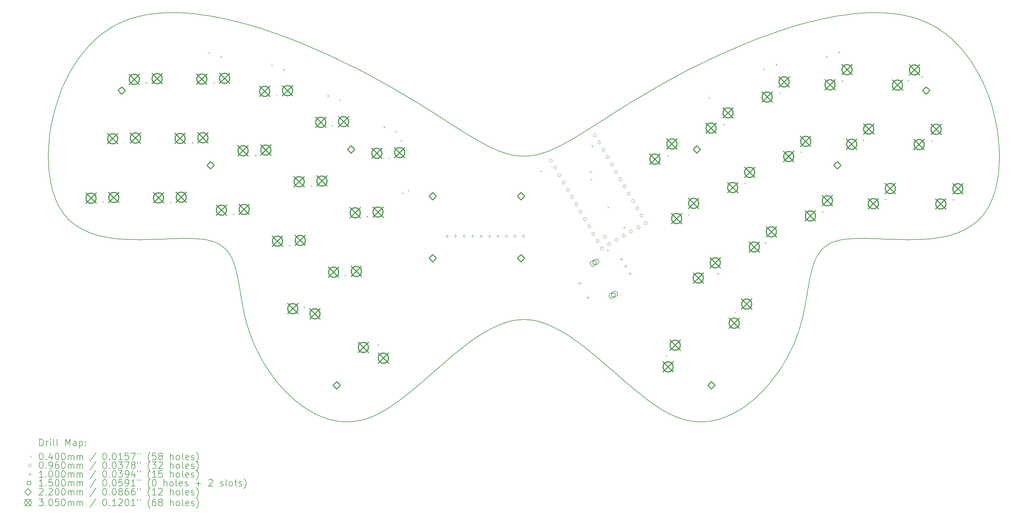
<source format=gbr>
%TF.GenerationSoftware,KiCad,Pcbnew,7.0.1-0*%
%TF.CreationDate,2023-05-23T20:01:44-04:00*%
%TF.ProjectId,fidrildi4,66696472-696c-4646-9934-2e6b69636164,rev?*%
%TF.SameCoordinates,Original*%
%TF.FileFunction,Drillmap*%
%TF.FilePolarity,Positive*%
%FSLAX45Y45*%
G04 Gerber Fmt 4.5, Leading zero omitted, Abs format (unit mm)*
G04 Created by KiCad (PCBNEW 7.0.1-0) date 2023-05-23 20:01:44*
%MOMM*%
%LPD*%
G01*
G04 APERTURE LIST*
%ADD10C,0.200000*%
%ADD11C,0.040000*%
%ADD12C,0.096000*%
%ADD13C,0.100000*%
%ADD14C,0.150000*%
%ADD15C,0.220000*%
%ADD16C,0.305000*%
G04 APERTURE END LIST*
D10*
X29172495Y-18301494D02*
X29220102Y-18171123D01*
X29263006Y-18041653D01*
X29301620Y-17913246D01*
X29336360Y-17786061D01*
X29367641Y-17660260D01*
X29395876Y-17536002D01*
X29421481Y-17413450D01*
X29444869Y-17292763D01*
X29466456Y-17174103D01*
X29486657Y-17057629D01*
X29505885Y-16943504D01*
X29524555Y-16831886D01*
X29543082Y-16722937D01*
X29561881Y-16616819D01*
X29581366Y-16513690D01*
X29601952Y-16413713D01*
X29624053Y-16317047D01*
X29648083Y-16223854D01*
X29674458Y-16134295D01*
X29703593Y-16048529D01*
X29735900Y-15966717D01*
X29771797Y-15889021D01*
X29811695Y-15815601D01*
X29856012Y-15746618D01*
X29905160Y-15682232D01*
X29959555Y-15622604D01*
X30019611Y-15567894D01*
X30085743Y-15518264D01*
X30158365Y-15473875D01*
X30237892Y-15434886D01*
X30324738Y-15401458D01*
X30419319Y-15373753D01*
X25722592Y-20730241D02*
X25863624Y-20770111D01*
X26003930Y-20798603D01*
X26143367Y-20816108D01*
X26281793Y-20823016D01*
X26419068Y-20819719D01*
X26555049Y-20806608D01*
X26689595Y-20784073D01*
X26822563Y-20752505D01*
X26953814Y-20712295D01*
X27083204Y-20663835D01*
X27210592Y-20607515D01*
X27335837Y-20543726D01*
X27458797Y-20472859D01*
X27579331Y-20395305D01*
X27697295Y-20311454D01*
X27812550Y-20221699D01*
X27924954Y-20126429D01*
X28034364Y-20026036D01*
X28140639Y-19920910D01*
X28243638Y-19811443D01*
X28343218Y-19698025D01*
X28439239Y-19581047D01*
X28531558Y-19460901D01*
X28620034Y-19337977D01*
X28704525Y-19212666D01*
X28784890Y-19085359D01*
X28860987Y-18956447D01*
X28932675Y-18826321D01*
X28999811Y-18695372D01*
X29062254Y-18563990D01*
X29119862Y-18432567D01*
X29172495Y-18301494D01*
X21000000Y-17747000D02*
X21150699Y-17754176D01*
X21301378Y-17775151D01*
X21452021Y-17809101D01*
X21602608Y-17855201D01*
X21753122Y-17912625D01*
X21903544Y-17980551D01*
X22053856Y-18058151D01*
X22204040Y-18144602D01*
X22354078Y-18239080D01*
X22503950Y-18340758D01*
X22653640Y-18448813D01*
X22803129Y-18562420D01*
X22952398Y-18680753D01*
X23101430Y-18802989D01*
X23250206Y-18928302D01*
X23398708Y-19055867D01*
X23546918Y-19184860D01*
X23694817Y-19314456D01*
X23842387Y-19443830D01*
X23989611Y-19572158D01*
X24136469Y-19698615D01*
X24282944Y-19822375D01*
X24429017Y-19942614D01*
X24574670Y-20058508D01*
X24719885Y-20169231D01*
X24864644Y-20273960D01*
X25008928Y-20371868D01*
X25152719Y-20462131D01*
X25296000Y-20543925D01*
X25438751Y-20616424D01*
X25580954Y-20678805D01*
X25722592Y-20730241D01*
X30419319Y-15373753D02*
X30521890Y-15351810D01*
X30632076Y-15335189D01*
X30749346Y-15323328D01*
X30873168Y-15315666D01*
X31003009Y-15311642D01*
X31138337Y-15310693D01*
X31278621Y-15312259D01*
X31423329Y-15315779D01*
X31571928Y-15320691D01*
X31723887Y-15326433D01*
X31878673Y-15332444D01*
X32035755Y-15338164D01*
X32194600Y-15343030D01*
X32354677Y-15346481D01*
X32515453Y-15347956D01*
X32676397Y-15346894D01*
X32836977Y-15342733D01*
X32996660Y-15334911D01*
X33154915Y-15322868D01*
X33311210Y-15306041D01*
X33465012Y-15283871D01*
X33615790Y-15255794D01*
X33763012Y-15221251D01*
X33906145Y-15179679D01*
X34044658Y-15130517D01*
X34178019Y-15073204D01*
X34305696Y-15007179D01*
X34427156Y-14931879D01*
X34541868Y-14846744D01*
X34649299Y-14751213D01*
X34748919Y-14644724D01*
X34840194Y-14526715D01*
X12827484Y-18301484D02*
X12880118Y-18432558D01*
X12937728Y-18563981D01*
X13000173Y-18695363D01*
X13067311Y-18826313D01*
X13139000Y-18956439D01*
X13215098Y-19085352D01*
X13295465Y-19212659D01*
X13379957Y-19337970D01*
X13468435Y-19460894D01*
X13560755Y-19581041D01*
X13656777Y-19698018D01*
X13756359Y-19811436D01*
X13859358Y-19920903D01*
X13965634Y-20026029D01*
X14075045Y-20126422D01*
X14187450Y-20221692D01*
X14302705Y-20311447D01*
X14420671Y-20395297D01*
X14541205Y-20472850D01*
X14664166Y-20543717D01*
X14789412Y-20607505D01*
X14916801Y-20663825D01*
X15046192Y-20712284D01*
X15177444Y-20752492D01*
X15310413Y-20784059D01*
X15444960Y-20806593D01*
X15580942Y-20819703D01*
X15718217Y-20822998D01*
X15856644Y-20816088D01*
X15996082Y-20798581D01*
X16136388Y-20770087D01*
X16277422Y-20730215D01*
X8854148Y-8847092D02*
X8667721Y-8945299D01*
X8489779Y-9056811D01*
X8320334Y-9180808D01*
X8159400Y-9316471D01*
X8006988Y-9462982D01*
X7863111Y-9619521D01*
X7727783Y-9785270D01*
X7601015Y-9959409D01*
X7482821Y-10141121D01*
X7373212Y-10329585D01*
X7272203Y-10523984D01*
X7179804Y-10723498D01*
X7096030Y-10927308D01*
X7020892Y-11134596D01*
X6954404Y-11344542D01*
X6896577Y-11556328D01*
X6847425Y-11769134D01*
X6806960Y-11982143D01*
X6775195Y-12194534D01*
X6752143Y-12405490D01*
X6737816Y-12614191D01*
X6732227Y-12819818D01*
X6735388Y-13021553D01*
X6747312Y-13218576D01*
X6768012Y-13410069D01*
X6797501Y-13595212D01*
X6835790Y-13773188D01*
X6882894Y-13943176D01*
X6938824Y-14104359D01*
X7003593Y-14255917D01*
X7077214Y-14397031D01*
X7159699Y-14526883D01*
X11580638Y-15373780D02*
X11675217Y-15401484D01*
X11762063Y-15434911D01*
X11841589Y-15473899D01*
X11914210Y-15518287D01*
X11980342Y-15567916D01*
X12040397Y-15622624D01*
X12094792Y-15682250D01*
X12143940Y-15746635D01*
X12188256Y-15815617D01*
X12228155Y-15889035D01*
X12264051Y-15966729D01*
X12296360Y-16048539D01*
X12325494Y-16134303D01*
X12351870Y-16223861D01*
X12375902Y-16317052D01*
X12398003Y-16413716D01*
X12418590Y-16513692D01*
X12438076Y-16616819D01*
X12456876Y-16722936D01*
X12475404Y-16831883D01*
X12494076Y-16943499D01*
X12513305Y-17057624D01*
X12533507Y-17174096D01*
X12555096Y-17292756D01*
X12578486Y-17413441D01*
X12604092Y-17535993D01*
X12632329Y-17660249D01*
X12663611Y-17786050D01*
X12698353Y-17913235D01*
X12736970Y-18041643D01*
X12779875Y-18171112D01*
X12827484Y-18301484D01*
X16277422Y-20730215D02*
X16419061Y-20678776D01*
X16561265Y-20616394D01*
X16704016Y-20543893D01*
X16847297Y-20462098D01*
X16991088Y-20371833D01*
X17135372Y-20273924D01*
X17280131Y-20169196D01*
X17425346Y-20058472D01*
X17570999Y-19942578D01*
X17717071Y-19822339D01*
X17863545Y-19698579D01*
X18010403Y-19572123D01*
X18157626Y-19443795D01*
X18305195Y-19314422D01*
X18453093Y-19184827D01*
X18601302Y-19055835D01*
X18749803Y-18928271D01*
X18898578Y-18802959D01*
X19047609Y-18680725D01*
X19196877Y-18562393D01*
X19346365Y-18448789D01*
X19496054Y-18340736D01*
X19645926Y-18239059D01*
X19795963Y-18144584D01*
X19946146Y-18058135D01*
X20096457Y-17980536D01*
X20246879Y-17912614D01*
X20397392Y-17855191D01*
X20547979Y-17809094D01*
X20698622Y-17775146D01*
X20849301Y-17754173D01*
X21000000Y-17747000D01*
X7159699Y-14526883D02*
X7250970Y-14644884D01*
X7350587Y-14751365D01*
X7458016Y-14846889D01*
X7572727Y-14932016D01*
X7694187Y-15007309D01*
X7821864Y-15073327D01*
X7955225Y-15130633D01*
X8093740Y-15179789D01*
X8236875Y-15221355D01*
X8384100Y-15255892D01*
X8534881Y-15283963D01*
X8688687Y-15306128D01*
X8844985Y-15322949D01*
X9003244Y-15334988D01*
X9162931Y-15342805D01*
X9323516Y-15346961D01*
X9484464Y-15348020D01*
X9645245Y-15346541D01*
X9805326Y-15343086D01*
X9964176Y-15338216D01*
X10121262Y-15332493D01*
X10276052Y-15326478D01*
X10428015Y-15320733D01*
X10576617Y-15315819D01*
X10721328Y-15312297D01*
X10861615Y-15310728D01*
X10996946Y-15311675D01*
X11126788Y-15315698D01*
X11250611Y-15323358D01*
X11367881Y-15335218D01*
X11478068Y-15351838D01*
X11580638Y-15373780D01*
X16632662Y-10551588D02*
X16416811Y-10434697D01*
X16194333Y-10317140D01*
X15965715Y-10199396D01*
X15731445Y-10081939D01*
X15492008Y-9965248D01*
X15247894Y-9849800D01*
X14999587Y-9736072D01*
X14747576Y-9624540D01*
X14492348Y-9515682D01*
X14234389Y-9409975D01*
X13974186Y-9307896D01*
X13712226Y-9209921D01*
X13448997Y-9116529D01*
X13184986Y-9028195D01*
X12920679Y-8945397D01*
X12656563Y-8868613D01*
X12393126Y-8798318D01*
X12130854Y-8734991D01*
X11870234Y-8679107D01*
X11611755Y-8631145D01*
X11355901Y-8591581D01*
X11103162Y-8560893D01*
X10854022Y-8539556D01*
X10608970Y-8528049D01*
X10368493Y-8526848D01*
X10133077Y-8536431D01*
X9903210Y-8557274D01*
X9679379Y-8589854D01*
X9462070Y-8634649D01*
X9251770Y-8692136D01*
X9048968Y-8762791D01*
X8854148Y-8847092D01*
X25367370Y-10551572D02*
X25158515Y-10667372D01*
X24956553Y-10781874D01*
X24761261Y-10894920D01*
X24572418Y-11006355D01*
X24389800Y-11116023D01*
X24213186Y-11223768D01*
X24042353Y-11329435D01*
X23877079Y-11432867D01*
X23717141Y-11533909D01*
X23562317Y-11632404D01*
X23412385Y-11728198D01*
X23267122Y-11821133D01*
X23126306Y-11911055D01*
X22989715Y-11997806D01*
X22857126Y-12081232D01*
X22728317Y-12161177D01*
X22603066Y-12237484D01*
X22481150Y-12309998D01*
X22362347Y-12378563D01*
X22246434Y-12443022D01*
X22133189Y-12503221D01*
X22022391Y-12559003D01*
X21913816Y-12610212D01*
X21807242Y-12656693D01*
X21702446Y-12698289D01*
X21599207Y-12734846D01*
X21497303Y-12766205D01*
X21396510Y-12792213D01*
X21296606Y-12812713D01*
X21197370Y-12827549D01*
X21098578Y-12836566D01*
X21000008Y-12839607D01*
X21000008Y-12839607D02*
X20901438Y-12836568D01*
X20802647Y-12827554D01*
X20703410Y-12812720D01*
X20603507Y-12792222D01*
X20502714Y-12766216D01*
X20400810Y-12734858D01*
X20297572Y-12698303D01*
X20192777Y-12656708D01*
X20086204Y-12610229D01*
X19977629Y-12559021D01*
X19866831Y-12503240D01*
X19753587Y-12443042D01*
X19637676Y-12378583D01*
X19518873Y-12310019D01*
X19396958Y-12237506D01*
X19271707Y-12161199D01*
X19142899Y-12081255D01*
X19010311Y-11997829D01*
X18873721Y-11911077D01*
X18732905Y-11821156D01*
X18587643Y-11728220D01*
X18437712Y-11632427D01*
X18282889Y-11533931D01*
X18122951Y-11432889D01*
X17957677Y-11329456D01*
X17786845Y-11223789D01*
X17610231Y-11116043D01*
X17427614Y-11006374D01*
X17238771Y-10894938D01*
X17043479Y-10781892D01*
X16841517Y-10667389D01*
X16632662Y-10551588D01*
X33145834Y-8847105D02*
X32951017Y-8762804D01*
X32748217Y-8692148D01*
X32537919Y-8634661D01*
X32320613Y-8589865D01*
X32096783Y-8557284D01*
X31866918Y-8536440D01*
X31631505Y-8526857D01*
X31391030Y-8528057D01*
X31145980Y-8539563D01*
X30896843Y-8560899D01*
X30644105Y-8591587D01*
X30388254Y-8631150D01*
X30129776Y-8679111D01*
X29869159Y-8734993D01*
X29606889Y-8798320D01*
X29343453Y-8868613D01*
X29079339Y-8945397D01*
X28815034Y-9028194D01*
X28551024Y-9116526D01*
X28287796Y-9209918D01*
X28025838Y-9307891D01*
X27765637Y-9409970D01*
X27507679Y-9515676D01*
X27252451Y-9624533D01*
X27000441Y-9736063D01*
X26752136Y-9849791D01*
X26508022Y-9965238D01*
X26268586Y-10081927D01*
X26034316Y-10199383D01*
X25805699Y-10317127D01*
X25583221Y-10434682D01*
X25367370Y-10551572D01*
X34840194Y-14526715D02*
X34922683Y-14396856D01*
X34996308Y-14255737D01*
X35061081Y-14104176D01*
X35117015Y-13942992D01*
X35164122Y-13773003D01*
X35202415Y-13595029D01*
X35231907Y-13409889D01*
X35252610Y-13218400D01*
X35264538Y-13021383D01*
X35267702Y-12819655D01*
X35262116Y-12614035D01*
X35247792Y-12405343D01*
X35224742Y-12194396D01*
X35192980Y-11982015D01*
X35152518Y-11769016D01*
X35103368Y-11556220D01*
X35045544Y-11344445D01*
X34979058Y-11134510D01*
X34903923Y-10927233D01*
X34820151Y-10723434D01*
X34727755Y-10523931D01*
X34626747Y-10329542D01*
X34517141Y-10141088D01*
X34398949Y-9959385D01*
X34272184Y-9785254D01*
X34136857Y-9619513D01*
X33992983Y-9462980D01*
X33840574Y-9316475D01*
X33679641Y-9180816D01*
X33510198Y-9056823D01*
X33332259Y-8945313D01*
X33145834Y-8847105D01*
D11*
X8355000Y-14195000D02*
X8395000Y-14235000D01*
X8395000Y-14195000D02*
X8355000Y-14235000D01*
X8995000Y-12403000D02*
X9035000Y-12443000D01*
X9035000Y-12403000D02*
X8995000Y-12443000D01*
X9638000Y-10612000D02*
X9678000Y-10652000D01*
X9678000Y-10612000D02*
X9638000Y-10652000D01*
X10370000Y-14206000D02*
X10410000Y-14246000D01*
X10410000Y-14206000D02*
X10370000Y-14246000D01*
X11039000Y-12420000D02*
X11079000Y-12460000D01*
X11079000Y-12420000D02*
X11039000Y-12460000D01*
X11533000Y-9705000D02*
X11573000Y-9745000D01*
X11573000Y-9705000D02*
X11533000Y-9745000D01*
X11681000Y-10618000D02*
X11721000Y-10658000D01*
X11721000Y-10618000D02*
X11681000Y-10658000D01*
X11895000Y-9837000D02*
X11935000Y-9877000D01*
X11935000Y-9837000D02*
X11895000Y-9877000D01*
X12267000Y-14563000D02*
X12307000Y-14603000D01*
X12307000Y-14563000D02*
X12267000Y-14603000D01*
X12931000Y-12793000D02*
X12971000Y-12833000D01*
X12971000Y-12793000D02*
X12931000Y-12833000D01*
X13418000Y-10085000D02*
X13458000Y-10125000D01*
X13458000Y-10085000D02*
X13418000Y-10125000D01*
X13558000Y-10979000D02*
X13598000Y-11019000D01*
X13598000Y-10979000D02*
X13558000Y-11019000D01*
X13780000Y-10217000D02*
X13820000Y-10257000D01*
X13820000Y-10217000D02*
X13780000Y-10257000D01*
X13950000Y-15506000D02*
X13990000Y-15546000D01*
X13990000Y-15506000D02*
X13950000Y-15546000D01*
X14389000Y-17359000D02*
X14429000Y-17399000D01*
X14429000Y-17359000D02*
X14389000Y-17399000D01*
X14603000Y-13719000D02*
X14643000Y-13759000D01*
X14643000Y-13719000D02*
X14603000Y-13759000D01*
X15102000Y-11006000D02*
X15142000Y-11046000D01*
X15142000Y-11006000D02*
X15102000Y-11046000D01*
X15232000Y-11905000D02*
X15272000Y-11945000D01*
X15272000Y-11905000D02*
X15232000Y-11945000D01*
X15465000Y-11138000D02*
X15505000Y-11178000D01*
X15505000Y-11138000D02*
X15465000Y-11178000D01*
X15628000Y-16405000D02*
X15668000Y-16445000D01*
X15668000Y-16405000D02*
X15628000Y-16445000D01*
X16275000Y-14634000D02*
X16315000Y-14674000D01*
X16315000Y-14634000D02*
X16275000Y-14674000D01*
X16608000Y-18486000D02*
X16648000Y-18526000D01*
X16648000Y-18486000D02*
X16608000Y-18526000D01*
X16787000Y-11944000D02*
X16827000Y-11984000D01*
X16827000Y-11944000D02*
X16787000Y-11984000D01*
X16938000Y-12869000D02*
X16978000Y-12909000D01*
X16978000Y-12869000D02*
X16938000Y-12909000D01*
X17143000Y-12073000D02*
X17183000Y-12113000D01*
X17183000Y-12073000D02*
X17143000Y-12113000D01*
X17307000Y-12348000D02*
X17347000Y-12388000D01*
X17347000Y-12348000D02*
X17307000Y-12388000D01*
X17341000Y-13935000D02*
X17381000Y-13975000D01*
X17381000Y-13935000D02*
X17341000Y-13975000D01*
X17514182Y-13854182D02*
X17554182Y-13894182D01*
X17554182Y-13854182D02*
X17514182Y-13894182D01*
X21495096Y-13268096D02*
X21535096Y-13308096D01*
X21535096Y-13268096D02*
X21495096Y-13308096D01*
X22982678Y-13289678D02*
X23022678Y-13329678D01*
X23022678Y-13289678D02*
X22982678Y-13329678D01*
X23003000Y-13515000D02*
X23043000Y-13555000D01*
X23043000Y-13515000D02*
X23003000Y-13555000D01*
X23027087Y-12511000D02*
X23067087Y-12551000D01*
X23067087Y-12511000D02*
X23027087Y-12551000D01*
X23497000Y-15649000D02*
X23537000Y-15689000D01*
X23537000Y-15649000D02*
X23497000Y-15689000D01*
X23508000Y-14353000D02*
X23548000Y-14393000D01*
X23548000Y-14353000D02*
X23508000Y-14393000D01*
X23989000Y-14963000D02*
X24029000Y-15003000D01*
X24029000Y-14963000D02*
X23989000Y-15003000D01*
X25257000Y-18816000D02*
X25297000Y-18856000D01*
X25297000Y-18816000D02*
X25257000Y-18856000D01*
X25305000Y-12807000D02*
X25345000Y-12847000D01*
X25345000Y-12807000D02*
X25305000Y-12847000D01*
X25931000Y-14572000D02*
X25971000Y-14612000D01*
X25971000Y-14572000D02*
X25931000Y-14612000D01*
X26542000Y-11071000D02*
X26582000Y-11111000D01*
X26582000Y-11071000D02*
X26542000Y-11111000D01*
X26793000Y-16348000D02*
X26833000Y-16388000D01*
X26833000Y-16348000D02*
X26793000Y-16388000D01*
X26976000Y-11867000D02*
X27016000Y-11907000D01*
X27016000Y-11867000D02*
X26976000Y-11907000D01*
X27316000Y-17507000D02*
X27356000Y-17547000D01*
X27356000Y-17507000D02*
X27316000Y-17547000D01*
X27619000Y-13635000D02*
X27659000Y-13675000D01*
X27659000Y-13635000D02*
X27619000Y-13675000D01*
X28176906Y-10204094D02*
X28216906Y-10244094D01*
X28216906Y-10204094D02*
X28176906Y-10244094D01*
X28231000Y-15429000D02*
X28271000Y-15469000D01*
X28271000Y-15429000D02*
X28231000Y-15469000D01*
X28552000Y-10067000D02*
X28592000Y-10107000D01*
X28592000Y-10067000D02*
X28552000Y-10107000D01*
X28660000Y-10927000D02*
X28700000Y-10967000D01*
X28700000Y-10927000D02*
X28660000Y-10967000D01*
X29293000Y-12692000D02*
X29333000Y-12732000D01*
X29333000Y-12692000D02*
X29293000Y-12732000D01*
X29953000Y-14492000D02*
X29993000Y-14532000D01*
X29993000Y-14492000D02*
X29953000Y-14532000D01*
X30064000Y-9837000D02*
X30104000Y-9877000D01*
X30104000Y-9837000D02*
X30064000Y-9877000D01*
X30441000Y-9699000D02*
X30481000Y-9739000D01*
X30481000Y-9699000D02*
X30441000Y-9739000D01*
X30538000Y-10557000D02*
X30578000Y-10597000D01*
X30578000Y-10557000D02*
X30538000Y-10597000D01*
X31165000Y-12334000D02*
X31205000Y-12374000D01*
X31205000Y-12334000D02*
X31165000Y-12374000D01*
X31827000Y-14115000D02*
X31867000Y-14155000D01*
X31867000Y-14115000D02*
X31827000Y-14155000D01*
X32514000Y-10541000D02*
X32554000Y-10581000D01*
X32554000Y-10541000D02*
X32514000Y-10581000D01*
X32931000Y-10432000D02*
X32971000Y-10472000D01*
X32971000Y-10432000D02*
X32931000Y-10472000D01*
X33229000Y-12354000D02*
X33269000Y-12394000D01*
X33269000Y-12354000D02*
X33229000Y-12394000D01*
X33855000Y-14127000D02*
X33895000Y-14167000D01*
X33895000Y-14127000D02*
X33855000Y-14167000D01*
D12*
X21862089Y-12969177D02*
G75*
G03*
X21862089Y-12969177I-48000J0D01*
G01*
X21989089Y-13189148D02*
G75*
G03*
X21989089Y-13189148I-48000J0D01*
G01*
X22116089Y-13409118D02*
G75*
G03*
X22116089Y-13409118I-48000J0D01*
G01*
X22243089Y-13629089D02*
G75*
G03*
X22243089Y-13629089I-48000J0D01*
G01*
X22370089Y-13849059D02*
G75*
G03*
X22370089Y-13849059I-48000J0D01*
G01*
X22497089Y-14069029D02*
G75*
G03*
X22497089Y-14069029I-48000J0D01*
G01*
X22624089Y-14289000D02*
G75*
G03*
X22624089Y-14289000I-48000J0D01*
G01*
X22751089Y-14508970D02*
G75*
G03*
X22751089Y-14508970I-48000J0D01*
G01*
X22878089Y-14728941D02*
G75*
G03*
X22878089Y-14728941I-48000J0D01*
G01*
X23005089Y-14948911D02*
G75*
G03*
X23005089Y-14948911I-48000J0D01*
G01*
X23132089Y-15168882D02*
G75*
G03*
X23132089Y-15168882I-48000J0D01*
G01*
X23181911Y-12207177D02*
G75*
G03*
X23181911Y-12207177I-48000J0D01*
G01*
X23259089Y-15388852D02*
G75*
G03*
X23259089Y-15388852I-48000J0D01*
G01*
X23308911Y-12427148D02*
G75*
G03*
X23308911Y-12427148I-48000J0D01*
G01*
X23386089Y-15608823D02*
G75*
G03*
X23386089Y-15608823I-48000J0D01*
G01*
X23435911Y-12647118D02*
G75*
G03*
X23435911Y-12647118I-48000J0D01*
G01*
X23479059Y-15261852D02*
G75*
G03*
X23479059Y-15261852I-48000J0D01*
G01*
X23562911Y-12867089D02*
G75*
G03*
X23562911Y-12867089I-48000J0D01*
G01*
X23606059Y-15481823D02*
G75*
G03*
X23606059Y-15481823I-48000J0D01*
G01*
X23689911Y-13087059D02*
G75*
G03*
X23689911Y-13087059I-48000J0D01*
G01*
X23816911Y-13307029D02*
G75*
G03*
X23816911Y-13307029I-48000J0D01*
G01*
X23826029Y-15354823D02*
G75*
G03*
X23826029Y-15354823I-48000J0D01*
G01*
X23943911Y-13527000D02*
G75*
G03*
X23943911Y-13527000I-48000J0D01*
G01*
X24046000Y-15227823D02*
G75*
G03*
X24046000Y-15227823I-48000J0D01*
G01*
X24070911Y-13746970D02*
G75*
G03*
X24070911Y-13746970I-48000J0D01*
G01*
X24197911Y-13966941D02*
G75*
G03*
X24197911Y-13966941I-48000J0D01*
G01*
X24265970Y-15100823D02*
G75*
G03*
X24265970Y-15100823I-48000J0D01*
G01*
X24324911Y-14186911D02*
G75*
G03*
X24324911Y-14186911I-48000J0D01*
G01*
X24451911Y-14406882D02*
G75*
G03*
X24451911Y-14406882I-48000J0D01*
G01*
X24485941Y-14973823D02*
G75*
G03*
X24485941Y-14973823I-48000J0D01*
G01*
X24578911Y-14626852D02*
G75*
G03*
X24578911Y-14626852I-48000J0D01*
G01*
X24705911Y-14846823D02*
G75*
G03*
X24705911Y-14846823I-48000J0D01*
G01*
D13*
X18696000Y-15188000D02*
X18696000Y-15288000D01*
X18646000Y-15238000D02*
X18746000Y-15238000D01*
X18950000Y-15188000D02*
X18950000Y-15288000D01*
X18900000Y-15238000D02*
X19000000Y-15238000D01*
X19204000Y-15188000D02*
X19204000Y-15288000D01*
X19154000Y-15238000D02*
X19254000Y-15238000D01*
X19458000Y-15188000D02*
X19458000Y-15288000D01*
X19408000Y-15238000D02*
X19508000Y-15238000D01*
X19712000Y-15188000D02*
X19712000Y-15288000D01*
X19662000Y-15238000D02*
X19762000Y-15238000D01*
X19966000Y-15188000D02*
X19966000Y-15288000D01*
X19916000Y-15238000D02*
X20016000Y-15238000D01*
X20220000Y-15188000D02*
X20220000Y-15288000D01*
X20170000Y-15238000D02*
X20270000Y-15238000D01*
X20474000Y-15188000D02*
X20474000Y-15288000D01*
X20424000Y-15238000D02*
X20524000Y-15238000D01*
X20728000Y-15188000D02*
X20728000Y-15288000D01*
X20678000Y-15238000D02*
X20778000Y-15238000D01*
X20982000Y-15188000D02*
X20982000Y-15288000D01*
X20932000Y-15238000D02*
X21032000Y-15238000D01*
X22669830Y-16607494D02*
X22669830Y-16707494D01*
X22619830Y-16657494D02*
X22719830Y-16657494D01*
X22919830Y-17040506D02*
X22919830Y-17140506D01*
X22869830Y-17090506D02*
X22969830Y-17090506D01*
X23925567Y-15882494D02*
X23925567Y-15982494D01*
X23875567Y-15932494D02*
X23975567Y-15932494D01*
X24050567Y-16099000D02*
X24050567Y-16199000D01*
X24000567Y-16149000D02*
X24100567Y-16149000D01*
X24175567Y-16315506D02*
X24175567Y-16415506D01*
X24125567Y-16365506D02*
X24225567Y-16365506D01*
D14*
X23174082Y-16092059D02*
X23174082Y-15985992D01*
X23068015Y-15985992D01*
X23068015Y-16092059D01*
X23174082Y-16092059D01*
D10*
X23139840Y-15941574D02*
X23027256Y-16006574D01*
X23027256Y-16006574D02*
G75*
G03*
X23102256Y-16136478I37500J-64952D01*
G01*
X23102256Y-16136478D02*
X23214840Y-16071478D01*
X23214840Y-16071478D02*
G75*
G03*
X23139840Y-15941574I-37500J64952D01*
G01*
D14*
X23734082Y-17062008D02*
X23734082Y-16955941D01*
X23628015Y-16955941D01*
X23628015Y-17062008D01*
X23734082Y-17062008D01*
D10*
X23699840Y-16911522D02*
X23587256Y-16976522D01*
X23587256Y-16976522D02*
G75*
G03*
X23662256Y-17106426I37500J-64952D01*
G01*
X23662256Y-17106426D02*
X23774840Y-17041426D01*
X23774840Y-17041426D02*
G75*
G03*
X23699840Y-16911522I-37500J64952D01*
G01*
D15*
X8929000Y-10972000D02*
X9039000Y-10862000D01*
X8929000Y-10752000D01*
X8819000Y-10862000D01*
X8929000Y-10972000D01*
X11601000Y-13219000D02*
X11711000Y-13109000D01*
X11601000Y-12999000D01*
X11491000Y-13109000D01*
X11601000Y-13219000D01*
X15378000Y-19831000D02*
X15488000Y-19721000D01*
X15378000Y-19611000D01*
X15268000Y-19721000D01*
X15378000Y-19831000D01*
X15811000Y-12740000D02*
X15921000Y-12630000D01*
X15811000Y-12520000D01*
X15701000Y-12630000D01*
X15811000Y-12740000D01*
X18261000Y-14145000D02*
X18371000Y-14035000D01*
X18261000Y-13925000D01*
X18151000Y-14035000D01*
X18261000Y-14145000D01*
X18261000Y-16015000D02*
X18371000Y-15905000D01*
X18261000Y-15795000D01*
X18151000Y-15905000D01*
X18261000Y-16015000D01*
X20911000Y-14145000D02*
X21021000Y-14035000D01*
X20911000Y-13925000D01*
X20801000Y-14035000D01*
X20911000Y-14145000D01*
X20911000Y-16015000D02*
X21021000Y-15905000D01*
X20911000Y-15795000D01*
X20801000Y-15905000D01*
X20911000Y-16015000D01*
X26189000Y-12740000D02*
X26299000Y-12630000D01*
X26189000Y-12520000D01*
X26079000Y-12630000D01*
X26189000Y-12740000D01*
X26622000Y-19831000D02*
X26732000Y-19721000D01*
X26622000Y-19611000D01*
X26512000Y-19721000D01*
X26622000Y-19831000D01*
X30399000Y-13219000D02*
X30509000Y-13109000D01*
X30399000Y-12999000D01*
X30289000Y-13109000D01*
X30399000Y-13219000D01*
X33071000Y-10972000D02*
X33181000Y-10862000D01*
X33071000Y-10752000D01*
X32961000Y-10862000D01*
X33071000Y-10972000D01*
D16*
X7859708Y-13949244D02*
X8164708Y-14254244D01*
X8164708Y-13949244D02*
X7859708Y-14254244D01*
X8164708Y-14101744D02*
G75*
G03*
X8164708Y-14101744I-152500J0D01*
G01*
X8508708Y-12163244D02*
X8813708Y-12468244D01*
X8813708Y-12163244D02*
X8508708Y-12468244D01*
X8813708Y-12315744D02*
G75*
G03*
X8813708Y-12315744I-152500J0D01*
G01*
X8543286Y-13927745D02*
X8848286Y-14232745D01*
X8848286Y-13927745D02*
X8543286Y-14232745D01*
X8848286Y-14080245D02*
G75*
G03*
X8848286Y-14080245I-152500J0D01*
G01*
X9158708Y-10378245D02*
X9463708Y-10683245D01*
X9463708Y-10378245D02*
X9158708Y-10683245D01*
X9463708Y-10530745D02*
G75*
G03*
X9463708Y-10530745I-152500J0D01*
G01*
X9192286Y-12141745D02*
X9497286Y-12446745D01*
X9497286Y-12141745D02*
X9192286Y-12446745D01*
X9497286Y-12294245D02*
G75*
G03*
X9497286Y-12294245I-152500J0D01*
G01*
X9842286Y-10356745D02*
X10147286Y-10661745D01*
X10147286Y-10356745D02*
X9842286Y-10661745D01*
X10147286Y-10509245D02*
G75*
G03*
X10147286Y-10509245I-152500J0D01*
G01*
X9883072Y-13940991D02*
X10188072Y-14245991D01*
X10188072Y-13940991D02*
X9883072Y-14245991D01*
X10188072Y-14093491D02*
G75*
G03*
X10188072Y-14093491I-152500J0D01*
G01*
X10533436Y-12154737D02*
X10838436Y-12459737D01*
X10838436Y-12154737D02*
X10533436Y-12459737D01*
X10838436Y-12307237D02*
G75*
G03*
X10838436Y-12307237I-152500J0D01*
G01*
X10566650Y-13919492D02*
X10871650Y-14224492D01*
X10871650Y-13919492D02*
X10566650Y-14224492D01*
X10871650Y-14071992D02*
G75*
G03*
X10871650Y-14071992I-152500J0D01*
G01*
X11184072Y-10368991D02*
X11489072Y-10673991D01*
X11489072Y-10368991D02*
X11184072Y-10673991D01*
X11489072Y-10521491D02*
G75*
G03*
X11489072Y-10521491I-152500J0D01*
G01*
X11217014Y-12133238D02*
X11522014Y-12438238D01*
X11522014Y-12133238D02*
X11217014Y-12438238D01*
X11522014Y-12285738D02*
G75*
G03*
X11522014Y-12285738I-152500J0D01*
G01*
X11771708Y-14308244D02*
X12076708Y-14613244D01*
X12076708Y-14308244D02*
X11771708Y-14613244D01*
X12076708Y-14460744D02*
G75*
G03*
X12076708Y-14460744I-152500J0D01*
G01*
X11867650Y-10347492D02*
X12172650Y-10652492D01*
X12172650Y-10347492D02*
X11867650Y-10652492D01*
X12172650Y-10499992D02*
G75*
G03*
X12172650Y-10499992I-152500J0D01*
G01*
X12421436Y-12523737D02*
X12726436Y-12828737D01*
X12726436Y-12523737D02*
X12421436Y-12828737D01*
X12726436Y-12676237D02*
G75*
G03*
X12726436Y-12676237I-152500J0D01*
G01*
X12455286Y-14286745D02*
X12760286Y-14591745D01*
X12760286Y-14286745D02*
X12455286Y-14591745D01*
X12760286Y-14439245D02*
G75*
G03*
X12760286Y-14439245I-152500J0D01*
G01*
X13071708Y-10738245D02*
X13376708Y-11043245D01*
X13376708Y-10738245D02*
X13071708Y-11043245D01*
X13376708Y-10890745D02*
G75*
G03*
X13376708Y-10890745I-152500J0D01*
G01*
X13105014Y-12502238D02*
X13410014Y-12807238D01*
X13410014Y-12502238D02*
X13105014Y-12807238D01*
X13410014Y-12654738D02*
G75*
G03*
X13410014Y-12654738I-152500J0D01*
G01*
X13454708Y-15240244D02*
X13759708Y-15545244D01*
X13759708Y-15240244D02*
X13454708Y-15545244D01*
X13759708Y-15392744D02*
G75*
G03*
X13759708Y-15392744I-152500J0D01*
G01*
X13755286Y-10716745D02*
X14060286Y-11021745D01*
X14060286Y-10716745D02*
X13755286Y-11021745D01*
X14060286Y-10869245D02*
G75*
G03*
X14060286Y-10869245I-152500J0D01*
G01*
X13913091Y-17267903D02*
X14218091Y-17572903D01*
X14218091Y-17267903D02*
X13913091Y-17572903D01*
X14218091Y-17420403D02*
G75*
G03*
X14218091Y-17420403I-152500J0D01*
G01*
X14104708Y-13454737D02*
X14409708Y-13759737D01*
X14409708Y-13454737D02*
X14104708Y-13759737D01*
X14409708Y-13607237D02*
G75*
G03*
X14409708Y-13607237I-152500J0D01*
G01*
X14138286Y-15218745D02*
X14443286Y-15523745D01*
X14443286Y-15218745D02*
X14138286Y-15523745D01*
X14443286Y-15371245D02*
G75*
G03*
X14443286Y-15371245I-152500J0D01*
G01*
X14578941Y-17424059D02*
X14883941Y-17729059D01*
X14883941Y-17424059D02*
X14578941Y-17729059D01*
X14883941Y-17576559D02*
G75*
G03*
X14883941Y-17576559I-152500J0D01*
G01*
X14754708Y-11670244D02*
X15059708Y-11975244D01*
X15059708Y-11670244D02*
X14754708Y-11975244D01*
X15059708Y-11822744D02*
G75*
G03*
X15059708Y-11822744I-152500J0D01*
G01*
X14788286Y-13433238D02*
X15093286Y-13738238D01*
X15093286Y-13433238D02*
X14788286Y-13738238D01*
X15093286Y-13585738D02*
G75*
G03*
X15093286Y-13585738I-152500J0D01*
G01*
X15138708Y-16172244D02*
X15443708Y-16477244D01*
X15443708Y-16172244D02*
X15138708Y-16477244D01*
X15443708Y-16324744D02*
G75*
G03*
X15443708Y-16324744I-152500J0D01*
G01*
X15438286Y-11648745D02*
X15743286Y-11953745D01*
X15743286Y-11648745D02*
X15438286Y-11953745D01*
X15743286Y-11801245D02*
G75*
G03*
X15743286Y-11801245I-152500J0D01*
G01*
X15786708Y-14387244D02*
X16091708Y-14692244D01*
X16091708Y-14387244D02*
X15786708Y-14692244D01*
X16091708Y-14539744D02*
G75*
G03*
X16091708Y-14539744I-152500J0D01*
G01*
X15822286Y-16150745D02*
X16127286Y-16455745D01*
X16127286Y-16150745D02*
X15822286Y-16455745D01*
X16127286Y-16303245D02*
G75*
G03*
X16127286Y-16303245I-152500J0D01*
G01*
X16030173Y-18432369D02*
X16335173Y-18737369D01*
X16335173Y-18432369D02*
X16030173Y-18737369D01*
X16335173Y-18584869D02*
G75*
G03*
X16335173Y-18584869I-152500J0D01*
G01*
X16436708Y-12601244D02*
X16741708Y-12906244D01*
X16741708Y-12601244D02*
X16436708Y-12906244D01*
X16741708Y-12753744D02*
G75*
G03*
X16741708Y-12753744I-152500J0D01*
G01*
X16470286Y-14365745D02*
X16775286Y-14670745D01*
X16775286Y-14365745D02*
X16470286Y-14670745D01*
X16775286Y-14518245D02*
G75*
G03*
X16775286Y-14518245I-152500J0D01*
G01*
X16632919Y-18755539D02*
X16937919Y-19060539D01*
X16937919Y-18755539D02*
X16632919Y-19060539D01*
X16937919Y-18908039D02*
G75*
G03*
X16937919Y-18908039I-152500J0D01*
G01*
X17120286Y-12579745D02*
X17425286Y-12884745D01*
X17425286Y-12579745D02*
X17120286Y-12884745D01*
X17425286Y-12732245D02*
G75*
G03*
X17425286Y-12732245I-152500J0D01*
G01*
X24779668Y-12775365D02*
X25084668Y-13080365D01*
X25084668Y-12775365D02*
X24779668Y-13080365D01*
X25084668Y-12927865D02*
G75*
G03*
X25084668Y-12927865I-152500J0D01*
G01*
X25175023Y-19016095D02*
X25480023Y-19321095D01*
X25480023Y-19016095D02*
X25175023Y-19321095D01*
X25480023Y-19168595D02*
G75*
G03*
X25480023Y-19168595I-152500J0D01*
G01*
X25289500Y-12319500D02*
X25594500Y-12624500D01*
X25594500Y-12319500D02*
X25289500Y-12624500D01*
X25594500Y-12472000D02*
G75*
G03*
X25594500Y-12472000I-152500J0D01*
G01*
X25388617Y-18366389D02*
X25693617Y-18671389D01*
X25693617Y-18366389D02*
X25388617Y-18671389D01*
X25693617Y-18518889D02*
G75*
G03*
X25693617Y-18518889I-152500J0D01*
G01*
X25431200Y-14560483D02*
X25736200Y-14865483D01*
X25736200Y-14560483D02*
X25431200Y-14865483D01*
X25736200Y-14712983D02*
G75*
G03*
X25736200Y-14712983I-152500J0D01*
G01*
X25941032Y-14104618D02*
X26246032Y-14409618D01*
X26246032Y-14104618D02*
X25941032Y-14409618D01*
X26246032Y-14257118D02*
G75*
G03*
X26246032Y-14257118I-152500J0D01*
G01*
X26080200Y-16346483D02*
X26385200Y-16651483D01*
X26385200Y-16346483D02*
X26080200Y-16651483D01*
X26385200Y-16498983D02*
G75*
G03*
X26385200Y-16498983I-152500J0D01*
G01*
X26463564Y-11842737D02*
X26768564Y-12147737D01*
X26768564Y-11842737D02*
X26463564Y-12147737D01*
X26768564Y-11995237D02*
G75*
G03*
X26768564Y-11995237I-152500J0D01*
G01*
X26590032Y-15890618D02*
X26895032Y-16195618D01*
X26895032Y-15890618D02*
X26590032Y-16195618D01*
X26895032Y-16043118D02*
G75*
G03*
X26895032Y-16043118I-152500J0D01*
G01*
X26973396Y-11386872D02*
X27278396Y-11691872D01*
X27278396Y-11386872D02*
X26973396Y-11691872D01*
X27278396Y-11539372D02*
G75*
G03*
X27278396Y-11539372I-152500J0D01*
G01*
X27113200Y-13628483D02*
X27418200Y-13933483D01*
X27418200Y-13628483D02*
X27113200Y-13933483D01*
X27418200Y-13780983D02*
G75*
G03*
X27418200Y-13780983I-152500J0D01*
G01*
X27157715Y-17704968D02*
X27462715Y-18009968D01*
X27462715Y-17704968D02*
X27157715Y-18009968D01*
X27462715Y-17857468D02*
G75*
G03*
X27462715Y-17857468I-152500J0D01*
G01*
X27532188Y-17132682D02*
X27837188Y-17437682D01*
X27837188Y-17132682D02*
X27532188Y-17437682D01*
X27837188Y-17285182D02*
G75*
G03*
X27837188Y-17285182I-152500J0D01*
G01*
X27623032Y-13172618D02*
X27928032Y-13477618D01*
X27928032Y-13172618D02*
X27623032Y-13477618D01*
X27928032Y-13325118D02*
G75*
G03*
X27928032Y-13325118I-152500J0D01*
G01*
X27762928Y-15414991D02*
X28067928Y-15719991D01*
X28067928Y-15414991D02*
X27762928Y-15719991D01*
X28067928Y-15567491D02*
G75*
G03*
X28067928Y-15567491I-152500J0D01*
G01*
X28145928Y-10909991D02*
X28450928Y-11214991D01*
X28450928Y-10909991D02*
X28145928Y-11214991D01*
X28450928Y-11062491D02*
G75*
G03*
X28450928Y-11062491I-152500J0D01*
G01*
X28272760Y-14959126D02*
X28577760Y-15264126D01*
X28577760Y-14959126D02*
X28272760Y-15264126D01*
X28577760Y-15111626D02*
G75*
G03*
X28577760Y-15111626I-152500J0D01*
G01*
X28655760Y-10454126D02*
X28960760Y-10759126D01*
X28960760Y-10454126D02*
X28655760Y-10759126D01*
X28960760Y-10606626D02*
G75*
G03*
X28960760Y-10606626I-152500J0D01*
G01*
X28794928Y-12696991D02*
X29099928Y-13001991D01*
X29099928Y-12696991D02*
X28794928Y-13001991D01*
X29099928Y-12849491D02*
G75*
G03*
X29099928Y-12849491I-152500J0D01*
G01*
X29304760Y-12241126D02*
X29609760Y-12546126D01*
X29609760Y-12241126D02*
X29304760Y-12546126D01*
X29609760Y-12393626D02*
G75*
G03*
X29609760Y-12393626I-152500J0D01*
G01*
X29444928Y-14481991D02*
X29749928Y-14786991D01*
X29749928Y-14481991D02*
X29444928Y-14786991D01*
X29749928Y-14634491D02*
G75*
G03*
X29749928Y-14634491I-152500J0D01*
G01*
X29954760Y-14026126D02*
X30259760Y-14331126D01*
X30259760Y-14026126D02*
X29954760Y-14331126D01*
X30259760Y-14178626D02*
G75*
G03*
X30259760Y-14178626I-152500J0D01*
G01*
X30033928Y-10542991D02*
X30338928Y-10847991D01*
X30338928Y-10542991D02*
X30033928Y-10847991D01*
X30338928Y-10695491D02*
G75*
G03*
X30338928Y-10695491I-152500J0D01*
G01*
X30543760Y-10087126D02*
X30848760Y-10392126D01*
X30848760Y-10087126D02*
X30543760Y-10392126D01*
X30848760Y-10239626D02*
G75*
G03*
X30848760Y-10239626I-152500J0D01*
G01*
X30683928Y-12327991D02*
X30988928Y-12632991D01*
X30988928Y-12327991D02*
X30683928Y-12632991D01*
X30988928Y-12480491D02*
G75*
G03*
X30988928Y-12480491I-152500J0D01*
G01*
X31193760Y-11872126D02*
X31498760Y-12177126D01*
X31498760Y-11872126D02*
X31193760Y-12177126D01*
X31498760Y-12024626D02*
G75*
G03*
X31498760Y-12024626I-152500J0D01*
G01*
X31332564Y-14113737D02*
X31637564Y-14418737D01*
X31637564Y-14113737D02*
X31332564Y-14418737D01*
X31637564Y-14266237D02*
G75*
G03*
X31637564Y-14266237I-152500J0D01*
G01*
X31842396Y-13657872D02*
X32147396Y-13962872D01*
X32147396Y-13657872D02*
X31842396Y-13962872D01*
X32147396Y-13810372D02*
G75*
G03*
X32147396Y-13810372I-152500J0D01*
G01*
X32058928Y-10550991D02*
X32363928Y-10855991D01*
X32363928Y-10550991D02*
X32058928Y-10855991D01*
X32363928Y-10703491D02*
G75*
G03*
X32363928Y-10703491I-152500J0D01*
G01*
X32568760Y-10095126D02*
X32873760Y-10400126D01*
X32873760Y-10095126D02*
X32568760Y-10400126D01*
X32873760Y-10247626D02*
G75*
G03*
X32873760Y-10247626I-152500J0D01*
G01*
X32707928Y-12336991D02*
X33012928Y-12641991D01*
X33012928Y-12336991D02*
X32707928Y-12641991D01*
X33012928Y-12489491D02*
G75*
G03*
X33012928Y-12489491I-152500J0D01*
G01*
X33217760Y-11881126D02*
X33522760Y-12186126D01*
X33522760Y-11881126D02*
X33217760Y-12186126D01*
X33522760Y-12033626D02*
G75*
G03*
X33522760Y-12033626I-152500J0D01*
G01*
X33358928Y-14121991D02*
X33663928Y-14426991D01*
X33663928Y-14121991D02*
X33358928Y-14426991D01*
X33663928Y-14274491D02*
G75*
G03*
X33663928Y-14274491I-152500J0D01*
G01*
X33868760Y-13666126D02*
X34173760Y-13971126D01*
X34173760Y-13666126D02*
X33868760Y-13971126D01*
X34173760Y-13818626D02*
G75*
G03*
X34173760Y-13818626I-152500J0D01*
G01*
D10*
X6470155Y-21540121D02*
X6470155Y-21340121D01*
X6470155Y-21340121D02*
X6517774Y-21340121D01*
X6517774Y-21340121D02*
X6546346Y-21349645D01*
X6546346Y-21349645D02*
X6565393Y-21368692D01*
X6565393Y-21368692D02*
X6574917Y-21387740D01*
X6574917Y-21387740D02*
X6584441Y-21425835D01*
X6584441Y-21425835D02*
X6584441Y-21454407D01*
X6584441Y-21454407D02*
X6574917Y-21492502D01*
X6574917Y-21492502D02*
X6565393Y-21511549D01*
X6565393Y-21511549D02*
X6546346Y-21530597D01*
X6546346Y-21530597D02*
X6517774Y-21540121D01*
X6517774Y-21540121D02*
X6470155Y-21540121D01*
X6670155Y-21540121D02*
X6670155Y-21406787D01*
X6670155Y-21444883D02*
X6679679Y-21425835D01*
X6679679Y-21425835D02*
X6689203Y-21416311D01*
X6689203Y-21416311D02*
X6708250Y-21406787D01*
X6708250Y-21406787D02*
X6727298Y-21406787D01*
X6793965Y-21540121D02*
X6793965Y-21406787D01*
X6793965Y-21340121D02*
X6784441Y-21349645D01*
X6784441Y-21349645D02*
X6793965Y-21359168D01*
X6793965Y-21359168D02*
X6803489Y-21349645D01*
X6803489Y-21349645D02*
X6793965Y-21340121D01*
X6793965Y-21340121D02*
X6793965Y-21359168D01*
X6917774Y-21540121D02*
X6898727Y-21530597D01*
X6898727Y-21530597D02*
X6889203Y-21511549D01*
X6889203Y-21511549D02*
X6889203Y-21340121D01*
X7022536Y-21540121D02*
X7003489Y-21530597D01*
X7003489Y-21530597D02*
X6993965Y-21511549D01*
X6993965Y-21511549D02*
X6993965Y-21340121D01*
X7251108Y-21540121D02*
X7251108Y-21340121D01*
X7251108Y-21340121D02*
X7317774Y-21482978D01*
X7317774Y-21482978D02*
X7384441Y-21340121D01*
X7384441Y-21340121D02*
X7384441Y-21540121D01*
X7565393Y-21540121D02*
X7565393Y-21435359D01*
X7565393Y-21435359D02*
X7555870Y-21416311D01*
X7555870Y-21416311D02*
X7536822Y-21406787D01*
X7536822Y-21406787D02*
X7498727Y-21406787D01*
X7498727Y-21406787D02*
X7479679Y-21416311D01*
X7565393Y-21530597D02*
X7546346Y-21540121D01*
X7546346Y-21540121D02*
X7498727Y-21540121D01*
X7498727Y-21540121D02*
X7479679Y-21530597D01*
X7479679Y-21530597D02*
X7470155Y-21511549D01*
X7470155Y-21511549D02*
X7470155Y-21492502D01*
X7470155Y-21492502D02*
X7479679Y-21473454D01*
X7479679Y-21473454D02*
X7498727Y-21463930D01*
X7498727Y-21463930D02*
X7546346Y-21463930D01*
X7546346Y-21463930D02*
X7565393Y-21454407D01*
X7660631Y-21406787D02*
X7660631Y-21606787D01*
X7660631Y-21416311D02*
X7679679Y-21406787D01*
X7679679Y-21406787D02*
X7717774Y-21406787D01*
X7717774Y-21406787D02*
X7736822Y-21416311D01*
X7736822Y-21416311D02*
X7746346Y-21425835D01*
X7746346Y-21425835D02*
X7755870Y-21444883D01*
X7755870Y-21444883D02*
X7755870Y-21502026D01*
X7755870Y-21502026D02*
X7746346Y-21521073D01*
X7746346Y-21521073D02*
X7736822Y-21530597D01*
X7736822Y-21530597D02*
X7717774Y-21540121D01*
X7717774Y-21540121D02*
X7679679Y-21540121D01*
X7679679Y-21540121D02*
X7660631Y-21530597D01*
X7841584Y-21521073D02*
X7851108Y-21530597D01*
X7851108Y-21530597D02*
X7841584Y-21540121D01*
X7841584Y-21540121D02*
X7832060Y-21530597D01*
X7832060Y-21530597D02*
X7841584Y-21521073D01*
X7841584Y-21521073D02*
X7841584Y-21540121D01*
X7841584Y-21416311D02*
X7851108Y-21425835D01*
X7851108Y-21425835D02*
X7841584Y-21435359D01*
X7841584Y-21435359D02*
X7832060Y-21425835D01*
X7832060Y-21425835D02*
X7841584Y-21416311D01*
X7841584Y-21416311D02*
X7841584Y-21435359D01*
D11*
X6182536Y-21847597D02*
X6222536Y-21887597D01*
X6222536Y-21847597D02*
X6182536Y-21887597D01*
D10*
X6508250Y-21760121D02*
X6527298Y-21760121D01*
X6527298Y-21760121D02*
X6546346Y-21769645D01*
X6546346Y-21769645D02*
X6555870Y-21779168D01*
X6555870Y-21779168D02*
X6565393Y-21798216D01*
X6565393Y-21798216D02*
X6574917Y-21836311D01*
X6574917Y-21836311D02*
X6574917Y-21883930D01*
X6574917Y-21883930D02*
X6565393Y-21922026D01*
X6565393Y-21922026D02*
X6555870Y-21941073D01*
X6555870Y-21941073D02*
X6546346Y-21950597D01*
X6546346Y-21950597D02*
X6527298Y-21960121D01*
X6527298Y-21960121D02*
X6508250Y-21960121D01*
X6508250Y-21960121D02*
X6489203Y-21950597D01*
X6489203Y-21950597D02*
X6479679Y-21941073D01*
X6479679Y-21941073D02*
X6470155Y-21922026D01*
X6470155Y-21922026D02*
X6460631Y-21883930D01*
X6460631Y-21883930D02*
X6460631Y-21836311D01*
X6460631Y-21836311D02*
X6470155Y-21798216D01*
X6470155Y-21798216D02*
X6479679Y-21779168D01*
X6479679Y-21779168D02*
X6489203Y-21769645D01*
X6489203Y-21769645D02*
X6508250Y-21760121D01*
X6660631Y-21941073D02*
X6670155Y-21950597D01*
X6670155Y-21950597D02*
X6660631Y-21960121D01*
X6660631Y-21960121D02*
X6651108Y-21950597D01*
X6651108Y-21950597D02*
X6660631Y-21941073D01*
X6660631Y-21941073D02*
X6660631Y-21960121D01*
X6841584Y-21826787D02*
X6841584Y-21960121D01*
X6793965Y-21750597D02*
X6746346Y-21893454D01*
X6746346Y-21893454D02*
X6870155Y-21893454D01*
X6984441Y-21760121D02*
X7003489Y-21760121D01*
X7003489Y-21760121D02*
X7022536Y-21769645D01*
X7022536Y-21769645D02*
X7032060Y-21779168D01*
X7032060Y-21779168D02*
X7041584Y-21798216D01*
X7041584Y-21798216D02*
X7051108Y-21836311D01*
X7051108Y-21836311D02*
X7051108Y-21883930D01*
X7051108Y-21883930D02*
X7041584Y-21922026D01*
X7041584Y-21922026D02*
X7032060Y-21941073D01*
X7032060Y-21941073D02*
X7022536Y-21950597D01*
X7022536Y-21950597D02*
X7003489Y-21960121D01*
X7003489Y-21960121D02*
X6984441Y-21960121D01*
X6984441Y-21960121D02*
X6965393Y-21950597D01*
X6965393Y-21950597D02*
X6955870Y-21941073D01*
X6955870Y-21941073D02*
X6946346Y-21922026D01*
X6946346Y-21922026D02*
X6936822Y-21883930D01*
X6936822Y-21883930D02*
X6936822Y-21836311D01*
X6936822Y-21836311D02*
X6946346Y-21798216D01*
X6946346Y-21798216D02*
X6955870Y-21779168D01*
X6955870Y-21779168D02*
X6965393Y-21769645D01*
X6965393Y-21769645D02*
X6984441Y-21760121D01*
X7174917Y-21760121D02*
X7193965Y-21760121D01*
X7193965Y-21760121D02*
X7213012Y-21769645D01*
X7213012Y-21769645D02*
X7222536Y-21779168D01*
X7222536Y-21779168D02*
X7232060Y-21798216D01*
X7232060Y-21798216D02*
X7241584Y-21836311D01*
X7241584Y-21836311D02*
X7241584Y-21883930D01*
X7241584Y-21883930D02*
X7232060Y-21922026D01*
X7232060Y-21922026D02*
X7222536Y-21941073D01*
X7222536Y-21941073D02*
X7213012Y-21950597D01*
X7213012Y-21950597D02*
X7193965Y-21960121D01*
X7193965Y-21960121D02*
X7174917Y-21960121D01*
X7174917Y-21960121D02*
X7155870Y-21950597D01*
X7155870Y-21950597D02*
X7146346Y-21941073D01*
X7146346Y-21941073D02*
X7136822Y-21922026D01*
X7136822Y-21922026D02*
X7127298Y-21883930D01*
X7127298Y-21883930D02*
X7127298Y-21836311D01*
X7127298Y-21836311D02*
X7136822Y-21798216D01*
X7136822Y-21798216D02*
X7146346Y-21779168D01*
X7146346Y-21779168D02*
X7155870Y-21769645D01*
X7155870Y-21769645D02*
X7174917Y-21760121D01*
X7327298Y-21960121D02*
X7327298Y-21826787D01*
X7327298Y-21845835D02*
X7336822Y-21836311D01*
X7336822Y-21836311D02*
X7355870Y-21826787D01*
X7355870Y-21826787D02*
X7384441Y-21826787D01*
X7384441Y-21826787D02*
X7403489Y-21836311D01*
X7403489Y-21836311D02*
X7413012Y-21855359D01*
X7413012Y-21855359D02*
X7413012Y-21960121D01*
X7413012Y-21855359D02*
X7422536Y-21836311D01*
X7422536Y-21836311D02*
X7441584Y-21826787D01*
X7441584Y-21826787D02*
X7470155Y-21826787D01*
X7470155Y-21826787D02*
X7489203Y-21836311D01*
X7489203Y-21836311D02*
X7498727Y-21855359D01*
X7498727Y-21855359D02*
X7498727Y-21960121D01*
X7593965Y-21960121D02*
X7593965Y-21826787D01*
X7593965Y-21845835D02*
X7603489Y-21836311D01*
X7603489Y-21836311D02*
X7622536Y-21826787D01*
X7622536Y-21826787D02*
X7651108Y-21826787D01*
X7651108Y-21826787D02*
X7670155Y-21836311D01*
X7670155Y-21836311D02*
X7679679Y-21855359D01*
X7679679Y-21855359D02*
X7679679Y-21960121D01*
X7679679Y-21855359D02*
X7689203Y-21836311D01*
X7689203Y-21836311D02*
X7708251Y-21826787D01*
X7708251Y-21826787D02*
X7736822Y-21826787D01*
X7736822Y-21826787D02*
X7755870Y-21836311D01*
X7755870Y-21836311D02*
X7765393Y-21855359D01*
X7765393Y-21855359D02*
X7765393Y-21960121D01*
X8155870Y-21750597D02*
X7984441Y-22007740D01*
X8413013Y-21760121D02*
X8432060Y-21760121D01*
X8432060Y-21760121D02*
X8451108Y-21769645D01*
X8451108Y-21769645D02*
X8460632Y-21779168D01*
X8460632Y-21779168D02*
X8470156Y-21798216D01*
X8470156Y-21798216D02*
X8479679Y-21836311D01*
X8479679Y-21836311D02*
X8479679Y-21883930D01*
X8479679Y-21883930D02*
X8470156Y-21922026D01*
X8470156Y-21922026D02*
X8460632Y-21941073D01*
X8460632Y-21941073D02*
X8451108Y-21950597D01*
X8451108Y-21950597D02*
X8432060Y-21960121D01*
X8432060Y-21960121D02*
X8413013Y-21960121D01*
X8413013Y-21960121D02*
X8393965Y-21950597D01*
X8393965Y-21950597D02*
X8384441Y-21941073D01*
X8384441Y-21941073D02*
X8374917Y-21922026D01*
X8374917Y-21922026D02*
X8365394Y-21883930D01*
X8365394Y-21883930D02*
X8365394Y-21836311D01*
X8365394Y-21836311D02*
X8374917Y-21798216D01*
X8374917Y-21798216D02*
X8384441Y-21779168D01*
X8384441Y-21779168D02*
X8393965Y-21769645D01*
X8393965Y-21769645D02*
X8413013Y-21760121D01*
X8565394Y-21941073D02*
X8574917Y-21950597D01*
X8574917Y-21950597D02*
X8565394Y-21960121D01*
X8565394Y-21960121D02*
X8555870Y-21950597D01*
X8555870Y-21950597D02*
X8565394Y-21941073D01*
X8565394Y-21941073D02*
X8565394Y-21960121D01*
X8698727Y-21760121D02*
X8717775Y-21760121D01*
X8717775Y-21760121D02*
X8736822Y-21769645D01*
X8736822Y-21769645D02*
X8746346Y-21779168D01*
X8746346Y-21779168D02*
X8755870Y-21798216D01*
X8755870Y-21798216D02*
X8765394Y-21836311D01*
X8765394Y-21836311D02*
X8765394Y-21883930D01*
X8765394Y-21883930D02*
X8755870Y-21922026D01*
X8755870Y-21922026D02*
X8746346Y-21941073D01*
X8746346Y-21941073D02*
X8736822Y-21950597D01*
X8736822Y-21950597D02*
X8717775Y-21960121D01*
X8717775Y-21960121D02*
X8698727Y-21960121D01*
X8698727Y-21960121D02*
X8679679Y-21950597D01*
X8679679Y-21950597D02*
X8670156Y-21941073D01*
X8670156Y-21941073D02*
X8660632Y-21922026D01*
X8660632Y-21922026D02*
X8651108Y-21883930D01*
X8651108Y-21883930D02*
X8651108Y-21836311D01*
X8651108Y-21836311D02*
X8660632Y-21798216D01*
X8660632Y-21798216D02*
X8670156Y-21779168D01*
X8670156Y-21779168D02*
X8679679Y-21769645D01*
X8679679Y-21769645D02*
X8698727Y-21760121D01*
X8955870Y-21960121D02*
X8841584Y-21960121D01*
X8898727Y-21960121D02*
X8898727Y-21760121D01*
X8898727Y-21760121D02*
X8879679Y-21788692D01*
X8879679Y-21788692D02*
X8860632Y-21807740D01*
X8860632Y-21807740D02*
X8841584Y-21817264D01*
X9136822Y-21760121D02*
X9041584Y-21760121D01*
X9041584Y-21760121D02*
X9032060Y-21855359D01*
X9032060Y-21855359D02*
X9041584Y-21845835D01*
X9041584Y-21845835D02*
X9060632Y-21836311D01*
X9060632Y-21836311D02*
X9108251Y-21836311D01*
X9108251Y-21836311D02*
X9127298Y-21845835D01*
X9127298Y-21845835D02*
X9136822Y-21855359D01*
X9136822Y-21855359D02*
X9146346Y-21874407D01*
X9146346Y-21874407D02*
X9146346Y-21922026D01*
X9146346Y-21922026D02*
X9136822Y-21941073D01*
X9136822Y-21941073D02*
X9127298Y-21950597D01*
X9127298Y-21950597D02*
X9108251Y-21960121D01*
X9108251Y-21960121D02*
X9060632Y-21960121D01*
X9060632Y-21960121D02*
X9041584Y-21950597D01*
X9041584Y-21950597D02*
X9032060Y-21941073D01*
X9213013Y-21760121D02*
X9346346Y-21760121D01*
X9346346Y-21760121D02*
X9260632Y-21960121D01*
X9413013Y-21760121D02*
X9413013Y-21798216D01*
X9489203Y-21760121D02*
X9489203Y-21798216D01*
X9784441Y-22036311D02*
X9774918Y-22026787D01*
X9774918Y-22026787D02*
X9755870Y-21998216D01*
X9755870Y-21998216D02*
X9746346Y-21979168D01*
X9746346Y-21979168D02*
X9736822Y-21950597D01*
X9736822Y-21950597D02*
X9727299Y-21902978D01*
X9727299Y-21902978D02*
X9727299Y-21864883D01*
X9727299Y-21864883D02*
X9736822Y-21817264D01*
X9736822Y-21817264D02*
X9746346Y-21788692D01*
X9746346Y-21788692D02*
X9755870Y-21769645D01*
X9755870Y-21769645D02*
X9774918Y-21741073D01*
X9774918Y-21741073D02*
X9784441Y-21731549D01*
X9955870Y-21760121D02*
X9860632Y-21760121D01*
X9860632Y-21760121D02*
X9851108Y-21855359D01*
X9851108Y-21855359D02*
X9860632Y-21845835D01*
X9860632Y-21845835D02*
X9879679Y-21836311D01*
X9879679Y-21836311D02*
X9927299Y-21836311D01*
X9927299Y-21836311D02*
X9946346Y-21845835D01*
X9946346Y-21845835D02*
X9955870Y-21855359D01*
X9955870Y-21855359D02*
X9965394Y-21874407D01*
X9965394Y-21874407D02*
X9965394Y-21922026D01*
X9965394Y-21922026D02*
X9955870Y-21941073D01*
X9955870Y-21941073D02*
X9946346Y-21950597D01*
X9946346Y-21950597D02*
X9927299Y-21960121D01*
X9927299Y-21960121D02*
X9879679Y-21960121D01*
X9879679Y-21960121D02*
X9860632Y-21950597D01*
X9860632Y-21950597D02*
X9851108Y-21941073D01*
X10079679Y-21845835D02*
X10060632Y-21836311D01*
X10060632Y-21836311D02*
X10051108Y-21826787D01*
X10051108Y-21826787D02*
X10041584Y-21807740D01*
X10041584Y-21807740D02*
X10041584Y-21798216D01*
X10041584Y-21798216D02*
X10051108Y-21779168D01*
X10051108Y-21779168D02*
X10060632Y-21769645D01*
X10060632Y-21769645D02*
X10079679Y-21760121D01*
X10079679Y-21760121D02*
X10117775Y-21760121D01*
X10117775Y-21760121D02*
X10136822Y-21769645D01*
X10136822Y-21769645D02*
X10146346Y-21779168D01*
X10146346Y-21779168D02*
X10155870Y-21798216D01*
X10155870Y-21798216D02*
X10155870Y-21807740D01*
X10155870Y-21807740D02*
X10146346Y-21826787D01*
X10146346Y-21826787D02*
X10136822Y-21836311D01*
X10136822Y-21836311D02*
X10117775Y-21845835D01*
X10117775Y-21845835D02*
X10079679Y-21845835D01*
X10079679Y-21845835D02*
X10060632Y-21855359D01*
X10060632Y-21855359D02*
X10051108Y-21864883D01*
X10051108Y-21864883D02*
X10041584Y-21883930D01*
X10041584Y-21883930D02*
X10041584Y-21922026D01*
X10041584Y-21922026D02*
X10051108Y-21941073D01*
X10051108Y-21941073D02*
X10060632Y-21950597D01*
X10060632Y-21950597D02*
X10079679Y-21960121D01*
X10079679Y-21960121D02*
X10117775Y-21960121D01*
X10117775Y-21960121D02*
X10136822Y-21950597D01*
X10136822Y-21950597D02*
X10146346Y-21941073D01*
X10146346Y-21941073D02*
X10155870Y-21922026D01*
X10155870Y-21922026D02*
X10155870Y-21883930D01*
X10155870Y-21883930D02*
X10146346Y-21864883D01*
X10146346Y-21864883D02*
X10136822Y-21855359D01*
X10136822Y-21855359D02*
X10117775Y-21845835D01*
X10393965Y-21960121D02*
X10393965Y-21760121D01*
X10479680Y-21960121D02*
X10479680Y-21855359D01*
X10479680Y-21855359D02*
X10470156Y-21836311D01*
X10470156Y-21836311D02*
X10451108Y-21826787D01*
X10451108Y-21826787D02*
X10422537Y-21826787D01*
X10422537Y-21826787D02*
X10403489Y-21836311D01*
X10403489Y-21836311D02*
X10393965Y-21845835D01*
X10603489Y-21960121D02*
X10584441Y-21950597D01*
X10584441Y-21950597D02*
X10574918Y-21941073D01*
X10574918Y-21941073D02*
X10565394Y-21922026D01*
X10565394Y-21922026D02*
X10565394Y-21864883D01*
X10565394Y-21864883D02*
X10574918Y-21845835D01*
X10574918Y-21845835D02*
X10584441Y-21836311D01*
X10584441Y-21836311D02*
X10603489Y-21826787D01*
X10603489Y-21826787D02*
X10632061Y-21826787D01*
X10632061Y-21826787D02*
X10651108Y-21836311D01*
X10651108Y-21836311D02*
X10660632Y-21845835D01*
X10660632Y-21845835D02*
X10670156Y-21864883D01*
X10670156Y-21864883D02*
X10670156Y-21922026D01*
X10670156Y-21922026D02*
X10660632Y-21941073D01*
X10660632Y-21941073D02*
X10651108Y-21950597D01*
X10651108Y-21950597D02*
X10632061Y-21960121D01*
X10632061Y-21960121D02*
X10603489Y-21960121D01*
X10784441Y-21960121D02*
X10765394Y-21950597D01*
X10765394Y-21950597D02*
X10755870Y-21931549D01*
X10755870Y-21931549D02*
X10755870Y-21760121D01*
X10936822Y-21950597D02*
X10917775Y-21960121D01*
X10917775Y-21960121D02*
X10879680Y-21960121D01*
X10879680Y-21960121D02*
X10860632Y-21950597D01*
X10860632Y-21950597D02*
X10851108Y-21931549D01*
X10851108Y-21931549D02*
X10851108Y-21855359D01*
X10851108Y-21855359D02*
X10860632Y-21836311D01*
X10860632Y-21836311D02*
X10879680Y-21826787D01*
X10879680Y-21826787D02*
X10917775Y-21826787D01*
X10917775Y-21826787D02*
X10936822Y-21836311D01*
X10936822Y-21836311D02*
X10946346Y-21855359D01*
X10946346Y-21855359D02*
X10946346Y-21874407D01*
X10946346Y-21874407D02*
X10851108Y-21893454D01*
X11022537Y-21950597D02*
X11041584Y-21960121D01*
X11041584Y-21960121D02*
X11079680Y-21960121D01*
X11079680Y-21960121D02*
X11098727Y-21950597D01*
X11098727Y-21950597D02*
X11108251Y-21931549D01*
X11108251Y-21931549D02*
X11108251Y-21922026D01*
X11108251Y-21922026D02*
X11098727Y-21902978D01*
X11098727Y-21902978D02*
X11079680Y-21893454D01*
X11079680Y-21893454D02*
X11051108Y-21893454D01*
X11051108Y-21893454D02*
X11032061Y-21883930D01*
X11032061Y-21883930D02*
X11022537Y-21864883D01*
X11022537Y-21864883D02*
X11022537Y-21855359D01*
X11022537Y-21855359D02*
X11032061Y-21836311D01*
X11032061Y-21836311D02*
X11051108Y-21826787D01*
X11051108Y-21826787D02*
X11079680Y-21826787D01*
X11079680Y-21826787D02*
X11098727Y-21836311D01*
X11174918Y-22036311D02*
X11184442Y-22026787D01*
X11184442Y-22026787D02*
X11203489Y-21998216D01*
X11203489Y-21998216D02*
X11213013Y-21979168D01*
X11213013Y-21979168D02*
X11222537Y-21950597D01*
X11222537Y-21950597D02*
X11232060Y-21902978D01*
X11232060Y-21902978D02*
X11232060Y-21864883D01*
X11232060Y-21864883D02*
X11222537Y-21817264D01*
X11222537Y-21817264D02*
X11213013Y-21788692D01*
X11213013Y-21788692D02*
X11203489Y-21769645D01*
X11203489Y-21769645D02*
X11184442Y-21741073D01*
X11184442Y-21741073D02*
X11174918Y-21731549D01*
D12*
X6222536Y-22131597D02*
G75*
G03*
X6222536Y-22131597I-48000J0D01*
G01*
D10*
X6508250Y-22024121D02*
X6527298Y-22024121D01*
X6527298Y-22024121D02*
X6546346Y-22033645D01*
X6546346Y-22033645D02*
X6555870Y-22043168D01*
X6555870Y-22043168D02*
X6565393Y-22062216D01*
X6565393Y-22062216D02*
X6574917Y-22100311D01*
X6574917Y-22100311D02*
X6574917Y-22147930D01*
X6574917Y-22147930D02*
X6565393Y-22186026D01*
X6565393Y-22186026D02*
X6555870Y-22205073D01*
X6555870Y-22205073D02*
X6546346Y-22214597D01*
X6546346Y-22214597D02*
X6527298Y-22224121D01*
X6527298Y-22224121D02*
X6508250Y-22224121D01*
X6508250Y-22224121D02*
X6489203Y-22214597D01*
X6489203Y-22214597D02*
X6479679Y-22205073D01*
X6479679Y-22205073D02*
X6470155Y-22186026D01*
X6470155Y-22186026D02*
X6460631Y-22147930D01*
X6460631Y-22147930D02*
X6460631Y-22100311D01*
X6460631Y-22100311D02*
X6470155Y-22062216D01*
X6470155Y-22062216D02*
X6479679Y-22043168D01*
X6479679Y-22043168D02*
X6489203Y-22033645D01*
X6489203Y-22033645D02*
X6508250Y-22024121D01*
X6660631Y-22205073D02*
X6670155Y-22214597D01*
X6670155Y-22214597D02*
X6660631Y-22224121D01*
X6660631Y-22224121D02*
X6651108Y-22214597D01*
X6651108Y-22214597D02*
X6660631Y-22205073D01*
X6660631Y-22205073D02*
X6660631Y-22224121D01*
X6765393Y-22224121D02*
X6803489Y-22224121D01*
X6803489Y-22224121D02*
X6822536Y-22214597D01*
X6822536Y-22214597D02*
X6832060Y-22205073D01*
X6832060Y-22205073D02*
X6851108Y-22176502D01*
X6851108Y-22176502D02*
X6860631Y-22138407D01*
X6860631Y-22138407D02*
X6860631Y-22062216D01*
X6860631Y-22062216D02*
X6851108Y-22043168D01*
X6851108Y-22043168D02*
X6841584Y-22033645D01*
X6841584Y-22033645D02*
X6822536Y-22024121D01*
X6822536Y-22024121D02*
X6784441Y-22024121D01*
X6784441Y-22024121D02*
X6765393Y-22033645D01*
X6765393Y-22033645D02*
X6755870Y-22043168D01*
X6755870Y-22043168D02*
X6746346Y-22062216D01*
X6746346Y-22062216D02*
X6746346Y-22109835D01*
X6746346Y-22109835D02*
X6755870Y-22128883D01*
X6755870Y-22128883D02*
X6765393Y-22138407D01*
X6765393Y-22138407D02*
X6784441Y-22147930D01*
X6784441Y-22147930D02*
X6822536Y-22147930D01*
X6822536Y-22147930D02*
X6841584Y-22138407D01*
X6841584Y-22138407D02*
X6851108Y-22128883D01*
X6851108Y-22128883D02*
X6860631Y-22109835D01*
X7032060Y-22024121D02*
X6993965Y-22024121D01*
X6993965Y-22024121D02*
X6974917Y-22033645D01*
X6974917Y-22033645D02*
X6965393Y-22043168D01*
X6965393Y-22043168D02*
X6946346Y-22071740D01*
X6946346Y-22071740D02*
X6936822Y-22109835D01*
X6936822Y-22109835D02*
X6936822Y-22186026D01*
X6936822Y-22186026D02*
X6946346Y-22205073D01*
X6946346Y-22205073D02*
X6955870Y-22214597D01*
X6955870Y-22214597D02*
X6974917Y-22224121D01*
X6974917Y-22224121D02*
X7013012Y-22224121D01*
X7013012Y-22224121D02*
X7032060Y-22214597D01*
X7032060Y-22214597D02*
X7041584Y-22205073D01*
X7041584Y-22205073D02*
X7051108Y-22186026D01*
X7051108Y-22186026D02*
X7051108Y-22138407D01*
X7051108Y-22138407D02*
X7041584Y-22119359D01*
X7041584Y-22119359D02*
X7032060Y-22109835D01*
X7032060Y-22109835D02*
X7013012Y-22100311D01*
X7013012Y-22100311D02*
X6974917Y-22100311D01*
X6974917Y-22100311D02*
X6955870Y-22109835D01*
X6955870Y-22109835D02*
X6946346Y-22119359D01*
X6946346Y-22119359D02*
X6936822Y-22138407D01*
X7174917Y-22024121D02*
X7193965Y-22024121D01*
X7193965Y-22024121D02*
X7213012Y-22033645D01*
X7213012Y-22033645D02*
X7222536Y-22043168D01*
X7222536Y-22043168D02*
X7232060Y-22062216D01*
X7232060Y-22062216D02*
X7241584Y-22100311D01*
X7241584Y-22100311D02*
X7241584Y-22147930D01*
X7241584Y-22147930D02*
X7232060Y-22186026D01*
X7232060Y-22186026D02*
X7222536Y-22205073D01*
X7222536Y-22205073D02*
X7213012Y-22214597D01*
X7213012Y-22214597D02*
X7193965Y-22224121D01*
X7193965Y-22224121D02*
X7174917Y-22224121D01*
X7174917Y-22224121D02*
X7155870Y-22214597D01*
X7155870Y-22214597D02*
X7146346Y-22205073D01*
X7146346Y-22205073D02*
X7136822Y-22186026D01*
X7136822Y-22186026D02*
X7127298Y-22147930D01*
X7127298Y-22147930D02*
X7127298Y-22100311D01*
X7127298Y-22100311D02*
X7136822Y-22062216D01*
X7136822Y-22062216D02*
X7146346Y-22043168D01*
X7146346Y-22043168D02*
X7155870Y-22033645D01*
X7155870Y-22033645D02*
X7174917Y-22024121D01*
X7327298Y-22224121D02*
X7327298Y-22090787D01*
X7327298Y-22109835D02*
X7336822Y-22100311D01*
X7336822Y-22100311D02*
X7355870Y-22090787D01*
X7355870Y-22090787D02*
X7384441Y-22090787D01*
X7384441Y-22090787D02*
X7403489Y-22100311D01*
X7403489Y-22100311D02*
X7413012Y-22119359D01*
X7413012Y-22119359D02*
X7413012Y-22224121D01*
X7413012Y-22119359D02*
X7422536Y-22100311D01*
X7422536Y-22100311D02*
X7441584Y-22090787D01*
X7441584Y-22090787D02*
X7470155Y-22090787D01*
X7470155Y-22090787D02*
X7489203Y-22100311D01*
X7489203Y-22100311D02*
X7498727Y-22119359D01*
X7498727Y-22119359D02*
X7498727Y-22224121D01*
X7593965Y-22224121D02*
X7593965Y-22090787D01*
X7593965Y-22109835D02*
X7603489Y-22100311D01*
X7603489Y-22100311D02*
X7622536Y-22090787D01*
X7622536Y-22090787D02*
X7651108Y-22090787D01*
X7651108Y-22090787D02*
X7670155Y-22100311D01*
X7670155Y-22100311D02*
X7679679Y-22119359D01*
X7679679Y-22119359D02*
X7679679Y-22224121D01*
X7679679Y-22119359D02*
X7689203Y-22100311D01*
X7689203Y-22100311D02*
X7708251Y-22090787D01*
X7708251Y-22090787D02*
X7736822Y-22090787D01*
X7736822Y-22090787D02*
X7755870Y-22100311D01*
X7755870Y-22100311D02*
X7765393Y-22119359D01*
X7765393Y-22119359D02*
X7765393Y-22224121D01*
X8155870Y-22014597D02*
X7984441Y-22271740D01*
X8413013Y-22024121D02*
X8432060Y-22024121D01*
X8432060Y-22024121D02*
X8451108Y-22033645D01*
X8451108Y-22033645D02*
X8460632Y-22043168D01*
X8460632Y-22043168D02*
X8470156Y-22062216D01*
X8470156Y-22062216D02*
X8479679Y-22100311D01*
X8479679Y-22100311D02*
X8479679Y-22147930D01*
X8479679Y-22147930D02*
X8470156Y-22186026D01*
X8470156Y-22186026D02*
X8460632Y-22205073D01*
X8460632Y-22205073D02*
X8451108Y-22214597D01*
X8451108Y-22214597D02*
X8432060Y-22224121D01*
X8432060Y-22224121D02*
X8413013Y-22224121D01*
X8413013Y-22224121D02*
X8393965Y-22214597D01*
X8393965Y-22214597D02*
X8384441Y-22205073D01*
X8384441Y-22205073D02*
X8374917Y-22186026D01*
X8374917Y-22186026D02*
X8365394Y-22147930D01*
X8365394Y-22147930D02*
X8365394Y-22100311D01*
X8365394Y-22100311D02*
X8374917Y-22062216D01*
X8374917Y-22062216D02*
X8384441Y-22043168D01*
X8384441Y-22043168D02*
X8393965Y-22033645D01*
X8393965Y-22033645D02*
X8413013Y-22024121D01*
X8565394Y-22205073D02*
X8574917Y-22214597D01*
X8574917Y-22214597D02*
X8565394Y-22224121D01*
X8565394Y-22224121D02*
X8555870Y-22214597D01*
X8555870Y-22214597D02*
X8565394Y-22205073D01*
X8565394Y-22205073D02*
X8565394Y-22224121D01*
X8698727Y-22024121D02*
X8717775Y-22024121D01*
X8717775Y-22024121D02*
X8736822Y-22033645D01*
X8736822Y-22033645D02*
X8746346Y-22043168D01*
X8746346Y-22043168D02*
X8755870Y-22062216D01*
X8755870Y-22062216D02*
X8765394Y-22100311D01*
X8765394Y-22100311D02*
X8765394Y-22147930D01*
X8765394Y-22147930D02*
X8755870Y-22186026D01*
X8755870Y-22186026D02*
X8746346Y-22205073D01*
X8746346Y-22205073D02*
X8736822Y-22214597D01*
X8736822Y-22214597D02*
X8717775Y-22224121D01*
X8717775Y-22224121D02*
X8698727Y-22224121D01*
X8698727Y-22224121D02*
X8679679Y-22214597D01*
X8679679Y-22214597D02*
X8670156Y-22205073D01*
X8670156Y-22205073D02*
X8660632Y-22186026D01*
X8660632Y-22186026D02*
X8651108Y-22147930D01*
X8651108Y-22147930D02*
X8651108Y-22100311D01*
X8651108Y-22100311D02*
X8660632Y-22062216D01*
X8660632Y-22062216D02*
X8670156Y-22043168D01*
X8670156Y-22043168D02*
X8679679Y-22033645D01*
X8679679Y-22033645D02*
X8698727Y-22024121D01*
X8832060Y-22024121D02*
X8955870Y-22024121D01*
X8955870Y-22024121D02*
X8889203Y-22100311D01*
X8889203Y-22100311D02*
X8917775Y-22100311D01*
X8917775Y-22100311D02*
X8936822Y-22109835D01*
X8936822Y-22109835D02*
X8946346Y-22119359D01*
X8946346Y-22119359D02*
X8955870Y-22138407D01*
X8955870Y-22138407D02*
X8955870Y-22186026D01*
X8955870Y-22186026D02*
X8946346Y-22205073D01*
X8946346Y-22205073D02*
X8936822Y-22214597D01*
X8936822Y-22214597D02*
X8917775Y-22224121D01*
X8917775Y-22224121D02*
X8860632Y-22224121D01*
X8860632Y-22224121D02*
X8841584Y-22214597D01*
X8841584Y-22214597D02*
X8832060Y-22205073D01*
X9022537Y-22024121D02*
X9155870Y-22024121D01*
X9155870Y-22024121D02*
X9070156Y-22224121D01*
X9260632Y-22109835D02*
X9241584Y-22100311D01*
X9241584Y-22100311D02*
X9232060Y-22090787D01*
X9232060Y-22090787D02*
X9222537Y-22071740D01*
X9222537Y-22071740D02*
X9222537Y-22062216D01*
X9222537Y-22062216D02*
X9232060Y-22043168D01*
X9232060Y-22043168D02*
X9241584Y-22033645D01*
X9241584Y-22033645D02*
X9260632Y-22024121D01*
X9260632Y-22024121D02*
X9298727Y-22024121D01*
X9298727Y-22024121D02*
X9317775Y-22033645D01*
X9317775Y-22033645D02*
X9327298Y-22043168D01*
X9327298Y-22043168D02*
X9336822Y-22062216D01*
X9336822Y-22062216D02*
X9336822Y-22071740D01*
X9336822Y-22071740D02*
X9327298Y-22090787D01*
X9327298Y-22090787D02*
X9317775Y-22100311D01*
X9317775Y-22100311D02*
X9298727Y-22109835D01*
X9298727Y-22109835D02*
X9260632Y-22109835D01*
X9260632Y-22109835D02*
X9241584Y-22119359D01*
X9241584Y-22119359D02*
X9232060Y-22128883D01*
X9232060Y-22128883D02*
X9222537Y-22147930D01*
X9222537Y-22147930D02*
X9222537Y-22186026D01*
X9222537Y-22186026D02*
X9232060Y-22205073D01*
X9232060Y-22205073D02*
X9241584Y-22214597D01*
X9241584Y-22214597D02*
X9260632Y-22224121D01*
X9260632Y-22224121D02*
X9298727Y-22224121D01*
X9298727Y-22224121D02*
X9317775Y-22214597D01*
X9317775Y-22214597D02*
X9327298Y-22205073D01*
X9327298Y-22205073D02*
X9336822Y-22186026D01*
X9336822Y-22186026D02*
X9336822Y-22147930D01*
X9336822Y-22147930D02*
X9327298Y-22128883D01*
X9327298Y-22128883D02*
X9317775Y-22119359D01*
X9317775Y-22119359D02*
X9298727Y-22109835D01*
X9413013Y-22024121D02*
X9413013Y-22062216D01*
X9489203Y-22024121D02*
X9489203Y-22062216D01*
X9784441Y-22300311D02*
X9774918Y-22290787D01*
X9774918Y-22290787D02*
X9755870Y-22262216D01*
X9755870Y-22262216D02*
X9746346Y-22243168D01*
X9746346Y-22243168D02*
X9736822Y-22214597D01*
X9736822Y-22214597D02*
X9727299Y-22166978D01*
X9727299Y-22166978D02*
X9727299Y-22128883D01*
X9727299Y-22128883D02*
X9736822Y-22081264D01*
X9736822Y-22081264D02*
X9746346Y-22052692D01*
X9746346Y-22052692D02*
X9755870Y-22033645D01*
X9755870Y-22033645D02*
X9774918Y-22005073D01*
X9774918Y-22005073D02*
X9784441Y-21995549D01*
X9841584Y-22024121D02*
X9965394Y-22024121D01*
X9965394Y-22024121D02*
X9898727Y-22100311D01*
X9898727Y-22100311D02*
X9927299Y-22100311D01*
X9927299Y-22100311D02*
X9946346Y-22109835D01*
X9946346Y-22109835D02*
X9955870Y-22119359D01*
X9955870Y-22119359D02*
X9965394Y-22138407D01*
X9965394Y-22138407D02*
X9965394Y-22186026D01*
X9965394Y-22186026D02*
X9955870Y-22205073D01*
X9955870Y-22205073D02*
X9946346Y-22214597D01*
X9946346Y-22214597D02*
X9927299Y-22224121D01*
X9927299Y-22224121D02*
X9870156Y-22224121D01*
X9870156Y-22224121D02*
X9851108Y-22214597D01*
X9851108Y-22214597D02*
X9841584Y-22205073D01*
X10041584Y-22043168D02*
X10051108Y-22033645D01*
X10051108Y-22033645D02*
X10070156Y-22024121D01*
X10070156Y-22024121D02*
X10117775Y-22024121D01*
X10117775Y-22024121D02*
X10136822Y-22033645D01*
X10136822Y-22033645D02*
X10146346Y-22043168D01*
X10146346Y-22043168D02*
X10155870Y-22062216D01*
X10155870Y-22062216D02*
X10155870Y-22081264D01*
X10155870Y-22081264D02*
X10146346Y-22109835D01*
X10146346Y-22109835D02*
X10032060Y-22224121D01*
X10032060Y-22224121D02*
X10155870Y-22224121D01*
X10393965Y-22224121D02*
X10393965Y-22024121D01*
X10479680Y-22224121D02*
X10479680Y-22119359D01*
X10479680Y-22119359D02*
X10470156Y-22100311D01*
X10470156Y-22100311D02*
X10451108Y-22090787D01*
X10451108Y-22090787D02*
X10422537Y-22090787D01*
X10422537Y-22090787D02*
X10403489Y-22100311D01*
X10403489Y-22100311D02*
X10393965Y-22109835D01*
X10603489Y-22224121D02*
X10584441Y-22214597D01*
X10584441Y-22214597D02*
X10574918Y-22205073D01*
X10574918Y-22205073D02*
X10565394Y-22186026D01*
X10565394Y-22186026D02*
X10565394Y-22128883D01*
X10565394Y-22128883D02*
X10574918Y-22109835D01*
X10574918Y-22109835D02*
X10584441Y-22100311D01*
X10584441Y-22100311D02*
X10603489Y-22090787D01*
X10603489Y-22090787D02*
X10632061Y-22090787D01*
X10632061Y-22090787D02*
X10651108Y-22100311D01*
X10651108Y-22100311D02*
X10660632Y-22109835D01*
X10660632Y-22109835D02*
X10670156Y-22128883D01*
X10670156Y-22128883D02*
X10670156Y-22186026D01*
X10670156Y-22186026D02*
X10660632Y-22205073D01*
X10660632Y-22205073D02*
X10651108Y-22214597D01*
X10651108Y-22214597D02*
X10632061Y-22224121D01*
X10632061Y-22224121D02*
X10603489Y-22224121D01*
X10784441Y-22224121D02*
X10765394Y-22214597D01*
X10765394Y-22214597D02*
X10755870Y-22195549D01*
X10755870Y-22195549D02*
X10755870Y-22024121D01*
X10936822Y-22214597D02*
X10917775Y-22224121D01*
X10917775Y-22224121D02*
X10879680Y-22224121D01*
X10879680Y-22224121D02*
X10860632Y-22214597D01*
X10860632Y-22214597D02*
X10851108Y-22195549D01*
X10851108Y-22195549D02*
X10851108Y-22119359D01*
X10851108Y-22119359D02*
X10860632Y-22100311D01*
X10860632Y-22100311D02*
X10879680Y-22090787D01*
X10879680Y-22090787D02*
X10917775Y-22090787D01*
X10917775Y-22090787D02*
X10936822Y-22100311D01*
X10936822Y-22100311D02*
X10946346Y-22119359D01*
X10946346Y-22119359D02*
X10946346Y-22138407D01*
X10946346Y-22138407D02*
X10851108Y-22157454D01*
X11022537Y-22214597D02*
X11041584Y-22224121D01*
X11041584Y-22224121D02*
X11079680Y-22224121D01*
X11079680Y-22224121D02*
X11098727Y-22214597D01*
X11098727Y-22214597D02*
X11108251Y-22195549D01*
X11108251Y-22195549D02*
X11108251Y-22186026D01*
X11108251Y-22186026D02*
X11098727Y-22166978D01*
X11098727Y-22166978D02*
X11079680Y-22157454D01*
X11079680Y-22157454D02*
X11051108Y-22157454D01*
X11051108Y-22157454D02*
X11032061Y-22147930D01*
X11032061Y-22147930D02*
X11022537Y-22128883D01*
X11022537Y-22128883D02*
X11022537Y-22119359D01*
X11022537Y-22119359D02*
X11032061Y-22100311D01*
X11032061Y-22100311D02*
X11051108Y-22090787D01*
X11051108Y-22090787D02*
X11079680Y-22090787D01*
X11079680Y-22090787D02*
X11098727Y-22100311D01*
X11174918Y-22300311D02*
X11184442Y-22290787D01*
X11184442Y-22290787D02*
X11203489Y-22262216D01*
X11203489Y-22262216D02*
X11213013Y-22243168D01*
X11213013Y-22243168D02*
X11222537Y-22214597D01*
X11222537Y-22214597D02*
X11232060Y-22166978D01*
X11232060Y-22166978D02*
X11232060Y-22128883D01*
X11232060Y-22128883D02*
X11222537Y-22081264D01*
X11222537Y-22081264D02*
X11213013Y-22052692D01*
X11213013Y-22052692D02*
X11203489Y-22033645D01*
X11203489Y-22033645D02*
X11184442Y-22005073D01*
X11184442Y-22005073D02*
X11174918Y-21995549D01*
D13*
X6172536Y-22345597D02*
X6172536Y-22445597D01*
X6122536Y-22395597D02*
X6222536Y-22395597D01*
D10*
X6574917Y-22488121D02*
X6460631Y-22488121D01*
X6517774Y-22488121D02*
X6517774Y-22288121D01*
X6517774Y-22288121D02*
X6498727Y-22316692D01*
X6498727Y-22316692D02*
X6479679Y-22335740D01*
X6479679Y-22335740D02*
X6460631Y-22345264D01*
X6660631Y-22469073D02*
X6670155Y-22478597D01*
X6670155Y-22478597D02*
X6660631Y-22488121D01*
X6660631Y-22488121D02*
X6651108Y-22478597D01*
X6651108Y-22478597D02*
X6660631Y-22469073D01*
X6660631Y-22469073D02*
X6660631Y-22488121D01*
X6793965Y-22288121D02*
X6813012Y-22288121D01*
X6813012Y-22288121D02*
X6832060Y-22297645D01*
X6832060Y-22297645D02*
X6841584Y-22307168D01*
X6841584Y-22307168D02*
X6851108Y-22326216D01*
X6851108Y-22326216D02*
X6860631Y-22364311D01*
X6860631Y-22364311D02*
X6860631Y-22411930D01*
X6860631Y-22411930D02*
X6851108Y-22450025D01*
X6851108Y-22450025D02*
X6841584Y-22469073D01*
X6841584Y-22469073D02*
X6832060Y-22478597D01*
X6832060Y-22478597D02*
X6813012Y-22488121D01*
X6813012Y-22488121D02*
X6793965Y-22488121D01*
X6793965Y-22488121D02*
X6774917Y-22478597D01*
X6774917Y-22478597D02*
X6765393Y-22469073D01*
X6765393Y-22469073D02*
X6755870Y-22450025D01*
X6755870Y-22450025D02*
X6746346Y-22411930D01*
X6746346Y-22411930D02*
X6746346Y-22364311D01*
X6746346Y-22364311D02*
X6755870Y-22326216D01*
X6755870Y-22326216D02*
X6765393Y-22307168D01*
X6765393Y-22307168D02*
X6774917Y-22297645D01*
X6774917Y-22297645D02*
X6793965Y-22288121D01*
X6984441Y-22288121D02*
X7003489Y-22288121D01*
X7003489Y-22288121D02*
X7022536Y-22297645D01*
X7022536Y-22297645D02*
X7032060Y-22307168D01*
X7032060Y-22307168D02*
X7041584Y-22326216D01*
X7041584Y-22326216D02*
X7051108Y-22364311D01*
X7051108Y-22364311D02*
X7051108Y-22411930D01*
X7051108Y-22411930D02*
X7041584Y-22450025D01*
X7041584Y-22450025D02*
X7032060Y-22469073D01*
X7032060Y-22469073D02*
X7022536Y-22478597D01*
X7022536Y-22478597D02*
X7003489Y-22488121D01*
X7003489Y-22488121D02*
X6984441Y-22488121D01*
X6984441Y-22488121D02*
X6965393Y-22478597D01*
X6965393Y-22478597D02*
X6955870Y-22469073D01*
X6955870Y-22469073D02*
X6946346Y-22450025D01*
X6946346Y-22450025D02*
X6936822Y-22411930D01*
X6936822Y-22411930D02*
X6936822Y-22364311D01*
X6936822Y-22364311D02*
X6946346Y-22326216D01*
X6946346Y-22326216D02*
X6955870Y-22307168D01*
X6955870Y-22307168D02*
X6965393Y-22297645D01*
X6965393Y-22297645D02*
X6984441Y-22288121D01*
X7174917Y-22288121D02*
X7193965Y-22288121D01*
X7193965Y-22288121D02*
X7213012Y-22297645D01*
X7213012Y-22297645D02*
X7222536Y-22307168D01*
X7222536Y-22307168D02*
X7232060Y-22326216D01*
X7232060Y-22326216D02*
X7241584Y-22364311D01*
X7241584Y-22364311D02*
X7241584Y-22411930D01*
X7241584Y-22411930D02*
X7232060Y-22450025D01*
X7232060Y-22450025D02*
X7222536Y-22469073D01*
X7222536Y-22469073D02*
X7213012Y-22478597D01*
X7213012Y-22478597D02*
X7193965Y-22488121D01*
X7193965Y-22488121D02*
X7174917Y-22488121D01*
X7174917Y-22488121D02*
X7155870Y-22478597D01*
X7155870Y-22478597D02*
X7146346Y-22469073D01*
X7146346Y-22469073D02*
X7136822Y-22450025D01*
X7136822Y-22450025D02*
X7127298Y-22411930D01*
X7127298Y-22411930D02*
X7127298Y-22364311D01*
X7127298Y-22364311D02*
X7136822Y-22326216D01*
X7136822Y-22326216D02*
X7146346Y-22307168D01*
X7146346Y-22307168D02*
X7155870Y-22297645D01*
X7155870Y-22297645D02*
X7174917Y-22288121D01*
X7327298Y-22488121D02*
X7327298Y-22354787D01*
X7327298Y-22373835D02*
X7336822Y-22364311D01*
X7336822Y-22364311D02*
X7355870Y-22354787D01*
X7355870Y-22354787D02*
X7384441Y-22354787D01*
X7384441Y-22354787D02*
X7403489Y-22364311D01*
X7403489Y-22364311D02*
X7413012Y-22383359D01*
X7413012Y-22383359D02*
X7413012Y-22488121D01*
X7413012Y-22383359D02*
X7422536Y-22364311D01*
X7422536Y-22364311D02*
X7441584Y-22354787D01*
X7441584Y-22354787D02*
X7470155Y-22354787D01*
X7470155Y-22354787D02*
X7489203Y-22364311D01*
X7489203Y-22364311D02*
X7498727Y-22383359D01*
X7498727Y-22383359D02*
X7498727Y-22488121D01*
X7593965Y-22488121D02*
X7593965Y-22354787D01*
X7593965Y-22373835D02*
X7603489Y-22364311D01*
X7603489Y-22364311D02*
X7622536Y-22354787D01*
X7622536Y-22354787D02*
X7651108Y-22354787D01*
X7651108Y-22354787D02*
X7670155Y-22364311D01*
X7670155Y-22364311D02*
X7679679Y-22383359D01*
X7679679Y-22383359D02*
X7679679Y-22488121D01*
X7679679Y-22383359D02*
X7689203Y-22364311D01*
X7689203Y-22364311D02*
X7708251Y-22354787D01*
X7708251Y-22354787D02*
X7736822Y-22354787D01*
X7736822Y-22354787D02*
X7755870Y-22364311D01*
X7755870Y-22364311D02*
X7765393Y-22383359D01*
X7765393Y-22383359D02*
X7765393Y-22488121D01*
X8155870Y-22278597D02*
X7984441Y-22535740D01*
X8413013Y-22288121D02*
X8432060Y-22288121D01*
X8432060Y-22288121D02*
X8451108Y-22297645D01*
X8451108Y-22297645D02*
X8460632Y-22307168D01*
X8460632Y-22307168D02*
X8470156Y-22326216D01*
X8470156Y-22326216D02*
X8479679Y-22364311D01*
X8479679Y-22364311D02*
X8479679Y-22411930D01*
X8479679Y-22411930D02*
X8470156Y-22450025D01*
X8470156Y-22450025D02*
X8460632Y-22469073D01*
X8460632Y-22469073D02*
X8451108Y-22478597D01*
X8451108Y-22478597D02*
X8432060Y-22488121D01*
X8432060Y-22488121D02*
X8413013Y-22488121D01*
X8413013Y-22488121D02*
X8393965Y-22478597D01*
X8393965Y-22478597D02*
X8384441Y-22469073D01*
X8384441Y-22469073D02*
X8374917Y-22450025D01*
X8374917Y-22450025D02*
X8365394Y-22411930D01*
X8365394Y-22411930D02*
X8365394Y-22364311D01*
X8365394Y-22364311D02*
X8374917Y-22326216D01*
X8374917Y-22326216D02*
X8384441Y-22307168D01*
X8384441Y-22307168D02*
X8393965Y-22297645D01*
X8393965Y-22297645D02*
X8413013Y-22288121D01*
X8565394Y-22469073D02*
X8574917Y-22478597D01*
X8574917Y-22478597D02*
X8565394Y-22488121D01*
X8565394Y-22488121D02*
X8555870Y-22478597D01*
X8555870Y-22478597D02*
X8565394Y-22469073D01*
X8565394Y-22469073D02*
X8565394Y-22488121D01*
X8698727Y-22288121D02*
X8717775Y-22288121D01*
X8717775Y-22288121D02*
X8736822Y-22297645D01*
X8736822Y-22297645D02*
X8746346Y-22307168D01*
X8746346Y-22307168D02*
X8755870Y-22326216D01*
X8755870Y-22326216D02*
X8765394Y-22364311D01*
X8765394Y-22364311D02*
X8765394Y-22411930D01*
X8765394Y-22411930D02*
X8755870Y-22450025D01*
X8755870Y-22450025D02*
X8746346Y-22469073D01*
X8746346Y-22469073D02*
X8736822Y-22478597D01*
X8736822Y-22478597D02*
X8717775Y-22488121D01*
X8717775Y-22488121D02*
X8698727Y-22488121D01*
X8698727Y-22488121D02*
X8679679Y-22478597D01*
X8679679Y-22478597D02*
X8670156Y-22469073D01*
X8670156Y-22469073D02*
X8660632Y-22450025D01*
X8660632Y-22450025D02*
X8651108Y-22411930D01*
X8651108Y-22411930D02*
X8651108Y-22364311D01*
X8651108Y-22364311D02*
X8660632Y-22326216D01*
X8660632Y-22326216D02*
X8670156Y-22307168D01*
X8670156Y-22307168D02*
X8679679Y-22297645D01*
X8679679Y-22297645D02*
X8698727Y-22288121D01*
X8832060Y-22288121D02*
X8955870Y-22288121D01*
X8955870Y-22288121D02*
X8889203Y-22364311D01*
X8889203Y-22364311D02*
X8917775Y-22364311D01*
X8917775Y-22364311D02*
X8936822Y-22373835D01*
X8936822Y-22373835D02*
X8946346Y-22383359D01*
X8946346Y-22383359D02*
X8955870Y-22402406D01*
X8955870Y-22402406D02*
X8955870Y-22450025D01*
X8955870Y-22450025D02*
X8946346Y-22469073D01*
X8946346Y-22469073D02*
X8936822Y-22478597D01*
X8936822Y-22478597D02*
X8917775Y-22488121D01*
X8917775Y-22488121D02*
X8860632Y-22488121D01*
X8860632Y-22488121D02*
X8841584Y-22478597D01*
X8841584Y-22478597D02*
X8832060Y-22469073D01*
X9051108Y-22488121D02*
X9089203Y-22488121D01*
X9089203Y-22488121D02*
X9108251Y-22478597D01*
X9108251Y-22478597D02*
X9117775Y-22469073D01*
X9117775Y-22469073D02*
X9136822Y-22440502D01*
X9136822Y-22440502D02*
X9146346Y-22402406D01*
X9146346Y-22402406D02*
X9146346Y-22326216D01*
X9146346Y-22326216D02*
X9136822Y-22307168D01*
X9136822Y-22307168D02*
X9127298Y-22297645D01*
X9127298Y-22297645D02*
X9108251Y-22288121D01*
X9108251Y-22288121D02*
X9070156Y-22288121D01*
X9070156Y-22288121D02*
X9051108Y-22297645D01*
X9051108Y-22297645D02*
X9041584Y-22307168D01*
X9041584Y-22307168D02*
X9032060Y-22326216D01*
X9032060Y-22326216D02*
X9032060Y-22373835D01*
X9032060Y-22373835D02*
X9041584Y-22392883D01*
X9041584Y-22392883D02*
X9051108Y-22402406D01*
X9051108Y-22402406D02*
X9070156Y-22411930D01*
X9070156Y-22411930D02*
X9108251Y-22411930D01*
X9108251Y-22411930D02*
X9127298Y-22402406D01*
X9127298Y-22402406D02*
X9136822Y-22392883D01*
X9136822Y-22392883D02*
X9146346Y-22373835D01*
X9317775Y-22354787D02*
X9317775Y-22488121D01*
X9270156Y-22278597D02*
X9222537Y-22421454D01*
X9222537Y-22421454D02*
X9346346Y-22421454D01*
X9413013Y-22288121D02*
X9413013Y-22326216D01*
X9489203Y-22288121D02*
X9489203Y-22326216D01*
X9784441Y-22564311D02*
X9774918Y-22554787D01*
X9774918Y-22554787D02*
X9755870Y-22526216D01*
X9755870Y-22526216D02*
X9746346Y-22507168D01*
X9746346Y-22507168D02*
X9736822Y-22478597D01*
X9736822Y-22478597D02*
X9727299Y-22430978D01*
X9727299Y-22430978D02*
X9727299Y-22392883D01*
X9727299Y-22392883D02*
X9736822Y-22345264D01*
X9736822Y-22345264D02*
X9746346Y-22316692D01*
X9746346Y-22316692D02*
X9755870Y-22297645D01*
X9755870Y-22297645D02*
X9774918Y-22269073D01*
X9774918Y-22269073D02*
X9784441Y-22259549D01*
X9965394Y-22488121D02*
X9851108Y-22488121D01*
X9908251Y-22488121D02*
X9908251Y-22288121D01*
X9908251Y-22288121D02*
X9889203Y-22316692D01*
X9889203Y-22316692D02*
X9870156Y-22335740D01*
X9870156Y-22335740D02*
X9851108Y-22345264D01*
X10146346Y-22288121D02*
X10051108Y-22288121D01*
X10051108Y-22288121D02*
X10041584Y-22383359D01*
X10041584Y-22383359D02*
X10051108Y-22373835D01*
X10051108Y-22373835D02*
X10070156Y-22364311D01*
X10070156Y-22364311D02*
X10117775Y-22364311D01*
X10117775Y-22364311D02*
X10136822Y-22373835D01*
X10136822Y-22373835D02*
X10146346Y-22383359D01*
X10146346Y-22383359D02*
X10155870Y-22402406D01*
X10155870Y-22402406D02*
X10155870Y-22450025D01*
X10155870Y-22450025D02*
X10146346Y-22469073D01*
X10146346Y-22469073D02*
X10136822Y-22478597D01*
X10136822Y-22478597D02*
X10117775Y-22488121D01*
X10117775Y-22488121D02*
X10070156Y-22488121D01*
X10070156Y-22488121D02*
X10051108Y-22478597D01*
X10051108Y-22478597D02*
X10041584Y-22469073D01*
X10393965Y-22488121D02*
X10393965Y-22288121D01*
X10479680Y-22488121D02*
X10479680Y-22383359D01*
X10479680Y-22383359D02*
X10470156Y-22364311D01*
X10470156Y-22364311D02*
X10451108Y-22354787D01*
X10451108Y-22354787D02*
X10422537Y-22354787D01*
X10422537Y-22354787D02*
X10403489Y-22364311D01*
X10403489Y-22364311D02*
X10393965Y-22373835D01*
X10603489Y-22488121D02*
X10584441Y-22478597D01*
X10584441Y-22478597D02*
X10574918Y-22469073D01*
X10574918Y-22469073D02*
X10565394Y-22450025D01*
X10565394Y-22450025D02*
X10565394Y-22392883D01*
X10565394Y-22392883D02*
X10574918Y-22373835D01*
X10574918Y-22373835D02*
X10584441Y-22364311D01*
X10584441Y-22364311D02*
X10603489Y-22354787D01*
X10603489Y-22354787D02*
X10632061Y-22354787D01*
X10632061Y-22354787D02*
X10651108Y-22364311D01*
X10651108Y-22364311D02*
X10660632Y-22373835D01*
X10660632Y-22373835D02*
X10670156Y-22392883D01*
X10670156Y-22392883D02*
X10670156Y-22450025D01*
X10670156Y-22450025D02*
X10660632Y-22469073D01*
X10660632Y-22469073D02*
X10651108Y-22478597D01*
X10651108Y-22478597D02*
X10632061Y-22488121D01*
X10632061Y-22488121D02*
X10603489Y-22488121D01*
X10784441Y-22488121D02*
X10765394Y-22478597D01*
X10765394Y-22478597D02*
X10755870Y-22459549D01*
X10755870Y-22459549D02*
X10755870Y-22288121D01*
X10936822Y-22478597D02*
X10917775Y-22488121D01*
X10917775Y-22488121D02*
X10879680Y-22488121D01*
X10879680Y-22488121D02*
X10860632Y-22478597D01*
X10860632Y-22478597D02*
X10851108Y-22459549D01*
X10851108Y-22459549D02*
X10851108Y-22383359D01*
X10851108Y-22383359D02*
X10860632Y-22364311D01*
X10860632Y-22364311D02*
X10879680Y-22354787D01*
X10879680Y-22354787D02*
X10917775Y-22354787D01*
X10917775Y-22354787D02*
X10936822Y-22364311D01*
X10936822Y-22364311D02*
X10946346Y-22383359D01*
X10946346Y-22383359D02*
X10946346Y-22402406D01*
X10946346Y-22402406D02*
X10851108Y-22421454D01*
X11022537Y-22478597D02*
X11041584Y-22488121D01*
X11041584Y-22488121D02*
X11079680Y-22488121D01*
X11079680Y-22488121D02*
X11098727Y-22478597D01*
X11098727Y-22478597D02*
X11108251Y-22459549D01*
X11108251Y-22459549D02*
X11108251Y-22450025D01*
X11108251Y-22450025D02*
X11098727Y-22430978D01*
X11098727Y-22430978D02*
X11079680Y-22421454D01*
X11079680Y-22421454D02*
X11051108Y-22421454D01*
X11051108Y-22421454D02*
X11032061Y-22411930D01*
X11032061Y-22411930D02*
X11022537Y-22392883D01*
X11022537Y-22392883D02*
X11022537Y-22383359D01*
X11022537Y-22383359D02*
X11032061Y-22364311D01*
X11032061Y-22364311D02*
X11051108Y-22354787D01*
X11051108Y-22354787D02*
X11079680Y-22354787D01*
X11079680Y-22354787D02*
X11098727Y-22364311D01*
X11174918Y-22564311D02*
X11184442Y-22554787D01*
X11184442Y-22554787D02*
X11203489Y-22526216D01*
X11203489Y-22526216D02*
X11213013Y-22507168D01*
X11213013Y-22507168D02*
X11222537Y-22478597D01*
X11222537Y-22478597D02*
X11232060Y-22430978D01*
X11232060Y-22430978D02*
X11232060Y-22392883D01*
X11232060Y-22392883D02*
X11222537Y-22345264D01*
X11222537Y-22345264D02*
X11213013Y-22316692D01*
X11213013Y-22316692D02*
X11203489Y-22297645D01*
X11203489Y-22297645D02*
X11184442Y-22269073D01*
X11184442Y-22269073D02*
X11174918Y-22259549D01*
D14*
X6200570Y-22712630D02*
X6200570Y-22606563D01*
X6094503Y-22606563D01*
X6094503Y-22712630D01*
X6200570Y-22712630D01*
D10*
X6574917Y-22752121D02*
X6460631Y-22752121D01*
X6517774Y-22752121D02*
X6517774Y-22552121D01*
X6517774Y-22552121D02*
X6498727Y-22580692D01*
X6498727Y-22580692D02*
X6479679Y-22599740D01*
X6479679Y-22599740D02*
X6460631Y-22609264D01*
X6660631Y-22733073D02*
X6670155Y-22742597D01*
X6670155Y-22742597D02*
X6660631Y-22752121D01*
X6660631Y-22752121D02*
X6651108Y-22742597D01*
X6651108Y-22742597D02*
X6660631Y-22733073D01*
X6660631Y-22733073D02*
X6660631Y-22752121D01*
X6851108Y-22552121D02*
X6755870Y-22552121D01*
X6755870Y-22552121D02*
X6746346Y-22647359D01*
X6746346Y-22647359D02*
X6755870Y-22637835D01*
X6755870Y-22637835D02*
X6774917Y-22628311D01*
X6774917Y-22628311D02*
X6822536Y-22628311D01*
X6822536Y-22628311D02*
X6841584Y-22637835D01*
X6841584Y-22637835D02*
X6851108Y-22647359D01*
X6851108Y-22647359D02*
X6860631Y-22666406D01*
X6860631Y-22666406D02*
X6860631Y-22714025D01*
X6860631Y-22714025D02*
X6851108Y-22733073D01*
X6851108Y-22733073D02*
X6841584Y-22742597D01*
X6841584Y-22742597D02*
X6822536Y-22752121D01*
X6822536Y-22752121D02*
X6774917Y-22752121D01*
X6774917Y-22752121D02*
X6755870Y-22742597D01*
X6755870Y-22742597D02*
X6746346Y-22733073D01*
X6984441Y-22552121D02*
X7003489Y-22552121D01*
X7003489Y-22552121D02*
X7022536Y-22561645D01*
X7022536Y-22561645D02*
X7032060Y-22571168D01*
X7032060Y-22571168D02*
X7041584Y-22590216D01*
X7041584Y-22590216D02*
X7051108Y-22628311D01*
X7051108Y-22628311D02*
X7051108Y-22675930D01*
X7051108Y-22675930D02*
X7041584Y-22714025D01*
X7041584Y-22714025D02*
X7032060Y-22733073D01*
X7032060Y-22733073D02*
X7022536Y-22742597D01*
X7022536Y-22742597D02*
X7003489Y-22752121D01*
X7003489Y-22752121D02*
X6984441Y-22752121D01*
X6984441Y-22752121D02*
X6965393Y-22742597D01*
X6965393Y-22742597D02*
X6955870Y-22733073D01*
X6955870Y-22733073D02*
X6946346Y-22714025D01*
X6946346Y-22714025D02*
X6936822Y-22675930D01*
X6936822Y-22675930D02*
X6936822Y-22628311D01*
X6936822Y-22628311D02*
X6946346Y-22590216D01*
X6946346Y-22590216D02*
X6955870Y-22571168D01*
X6955870Y-22571168D02*
X6965393Y-22561645D01*
X6965393Y-22561645D02*
X6984441Y-22552121D01*
X7174917Y-22552121D02*
X7193965Y-22552121D01*
X7193965Y-22552121D02*
X7213012Y-22561645D01*
X7213012Y-22561645D02*
X7222536Y-22571168D01*
X7222536Y-22571168D02*
X7232060Y-22590216D01*
X7232060Y-22590216D02*
X7241584Y-22628311D01*
X7241584Y-22628311D02*
X7241584Y-22675930D01*
X7241584Y-22675930D02*
X7232060Y-22714025D01*
X7232060Y-22714025D02*
X7222536Y-22733073D01*
X7222536Y-22733073D02*
X7213012Y-22742597D01*
X7213012Y-22742597D02*
X7193965Y-22752121D01*
X7193965Y-22752121D02*
X7174917Y-22752121D01*
X7174917Y-22752121D02*
X7155870Y-22742597D01*
X7155870Y-22742597D02*
X7146346Y-22733073D01*
X7146346Y-22733073D02*
X7136822Y-22714025D01*
X7136822Y-22714025D02*
X7127298Y-22675930D01*
X7127298Y-22675930D02*
X7127298Y-22628311D01*
X7127298Y-22628311D02*
X7136822Y-22590216D01*
X7136822Y-22590216D02*
X7146346Y-22571168D01*
X7146346Y-22571168D02*
X7155870Y-22561645D01*
X7155870Y-22561645D02*
X7174917Y-22552121D01*
X7327298Y-22752121D02*
X7327298Y-22618787D01*
X7327298Y-22637835D02*
X7336822Y-22628311D01*
X7336822Y-22628311D02*
X7355870Y-22618787D01*
X7355870Y-22618787D02*
X7384441Y-22618787D01*
X7384441Y-22618787D02*
X7403489Y-22628311D01*
X7403489Y-22628311D02*
X7413012Y-22647359D01*
X7413012Y-22647359D02*
X7413012Y-22752121D01*
X7413012Y-22647359D02*
X7422536Y-22628311D01*
X7422536Y-22628311D02*
X7441584Y-22618787D01*
X7441584Y-22618787D02*
X7470155Y-22618787D01*
X7470155Y-22618787D02*
X7489203Y-22628311D01*
X7489203Y-22628311D02*
X7498727Y-22647359D01*
X7498727Y-22647359D02*
X7498727Y-22752121D01*
X7593965Y-22752121D02*
X7593965Y-22618787D01*
X7593965Y-22637835D02*
X7603489Y-22628311D01*
X7603489Y-22628311D02*
X7622536Y-22618787D01*
X7622536Y-22618787D02*
X7651108Y-22618787D01*
X7651108Y-22618787D02*
X7670155Y-22628311D01*
X7670155Y-22628311D02*
X7679679Y-22647359D01*
X7679679Y-22647359D02*
X7679679Y-22752121D01*
X7679679Y-22647359D02*
X7689203Y-22628311D01*
X7689203Y-22628311D02*
X7708251Y-22618787D01*
X7708251Y-22618787D02*
X7736822Y-22618787D01*
X7736822Y-22618787D02*
X7755870Y-22628311D01*
X7755870Y-22628311D02*
X7765393Y-22647359D01*
X7765393Y-22647359D02*
X7765393Y-22752121D01*
X8155870Y-22542597D02*
X7984441Y-22799740D01*
X8413013Y-22552121D02*
X8432060Y-22552121D01*
X8432060Y-22552121D02*
X8451108Y-22561645D01*
X8451108Y-22561645D02*
X8460632Y-22571168D01*
X8460632Y-22571168D02*
X8470156Y-22590216D01*
X8470156Y-22590216D02*
X8479679Y-22628311D01*
X8479679Y-22628311D02*
X8479679Y-22675930D01*
X8479679Y-22675930D02*
X8470156Y-22714025D01*
X8470156Y-22714025D02*
X8460632Y-22733073D01*
X8460632Y-22733073D02*
X8451108Y-22742597D01*
X8451108Y-22742597D02*
X8432060Y-22752121D01*
X8432060Y-22752121D02*
X8413013Y-22752121D01*
X8413013Y-22752121D02*
X8393965Y-22742597D01*
X8393965Y-22742597D02*
X8384441Y-22733073D01*
X8384441Y-22733073D02*
X8374917Y-22714025D01*
X8374917Y-22714025D02*
X8365394Y-22675930D01*
X8365394Y-22675930D02*
X8365394Y-22628311D01*
X8365394Y-22628311D02*
X8374917Y-22590216D01*
X8374917Y-22590216D02*
X8384441Y-22571168D01*
X8384441Y-22571168D02*
X8393965Y-22561645D01*
X8393965Y-22561645D02*
X8413013Y-22552121D01*
X8565394Y-22733073D02*
X8574917Y-22742597D01*
X8574917Y-22742597D02*
X8565394Y-22752121D01*
X8565394Y-22752121D02*
X8555870Y-22742597D01*
X8555870Y-22742597D02*
X8565394Y-22733073D01*
X8565394Y-22733073D02*
X8565394Y-22752121D01*
X8698727Y-22552121D02*
X8717775Y-22552121D01*
X8717775Y-22552121D02*
X8736822Y-22561645D01*
X8736822Y-22561645D02*
X8746346Y-22571168D01*
X8746346Y-22571168D02*
X8755870Y-22590216D01*
X8755870Y-22590216D02*
X8765394Y-22628311D01*
X8765394Y-22628311D02*
X8765394Y-22675930D01*
X8765394Y-22675930D02*
X8755870Y-22714025D01*
X8755870Y-22714025D02*
X8746346Y-22733073D01*
X8746346Y-22733073D02*
X8736822Y-22742597D01*
X8736822Y-22742597D02*
X8717775Y-22752121D01*
X8717775Y-22752121D02*
X8698727Y-22752121D01*
X8698727Y-22752121D02*
X8679679Y-22742597D01*
X8679679Y-22742597D02*
X8670156Y-22733073D01*
X8670156Y-22733073D02*
X8660632Y-22714025D01*
X8660632Y-22714025D02*
X8651108Y-22675930D01*
X8651108Y-22675930D02*
X8651108Y-22628311D01*
X8651108Y-22628311D02*
X8660632Y-22590216D01*
X8660632Y-22590216D02*
X8670156Y-22571168D01*
X8670156Y-22571168D02*
X8679679Y-22561645D01*
X8679679Y-22561645D02*
X8698727Y-22552121D01*
X8946346Y-22552121D02*
X8851108Y-22552121D01*
X8851108Y-22552121D02*
X8841584Y-22647359D01*
X8841584Y-22647359D02*
X8851108Y-22637835D01*
X8851108Y-22637835D02*
X8870156Y-22628311D01*
X8870156Y-22628311D02*
X8917775Y-22628311D01*
X8917775Y-22628311D02*
X8936822Y-22637835D01*
X8936822Y-22637835D02*
X8946346Y-22647359D01*
X8946346Y-22647359D02*
X8955870Y-22666406D01*
X8955870Y-22666406D02*
X8955870Y-22714025D01*
X8955870Y-22714025D02*
X8946346Y-22733073D01*
X8946346Y-22733073D02*
X8936822Y-22742597D01*
X8936822Y-22742597D02*
X8917775Y-22752121D01*
X8917775Y-22752121D02*
X8870156Y-22752121D01*
X8870156Y-22752121D02*
X8851108Y-22742597D01*
X8851108Y-22742597D02*
X8841584Y-22733073D01*
X9051108Y-22752121D02*
X9089203Y-22752121D01*
X9089203Y-22752121D02*
X9108251Y-22742597D01*
X9108251Y-22742597D02*
X9117775Y-22733073D01*
X9117775Y-22733073D02*
X9136822Y-22704502D01*
X9136822Y-22704502D02*
X9146346Y-22666406D01*
X9146346Y-22666406D02*
X9146346Y-22590216D01*
X9146346Y-22590216D02*
X9136822Y-22571168D01*
X9136822Y-22571168D02*
X9127298Y-22561645D01*
X9127298Y-22561645D02*
X9108251Y-22552121D01*
X9108251Y-22552121D02*
X9070156Y-22552121D01*
X9070156Y-22552121D02*
X9051108Y-22561645D01*
X9051108Y-22561645D02*
X9041584Y-22571168D01*
X9041584Y-22571168D02*
X9032060Y-22590216D01*
X9032060Y-22590216D02*
X9032060Y-22637835D01*
X9032060Y-22637835D02*
X9041584Y-22656883D01*
X9041584Y-22656883D02*
X9051108Y-22666406D01*
X9051108Y-22666406D02*
X9070156Y-22675930D01*
X9070156Y-22675930D02*
X9108251Y-22675930D01*
X9108251Y-22675930D02*
X9127298Y-22666406D01*
X9127298Y-22666406D02*
X9136822Y-22656883D01*
X9136822Y-22656883D02*
X9146346Y-22637835D01*
X9336822Y-22752121D02*
X9222537Y-22752121D01*
X9279679Y-22752121D02*
X9279679Y-22552121D01*
X9279679Y-22552121D02*
X9260632Y-22580692D01*
X9260632Y-22580692D02*
X9241584Y-22599740D01*
X9241584Y-22599740D02*
X9222537Y-22609264D01*
X9413013Y-22552121D02*
X9413013Y-22590216D01*
X9489203Y-22552121D02*
X9489203Y-22590216D01*
X9784441Y-22828311D02*
X9774918Y-22818787D01*
X9774918Y-22818787D02*
X9755870Y-22790216D01*
X9755870Y-22790216D02*
X9746346Y-22771168D01*
X9746346Y-22771168D02*
X9736822Y-22742597D01*
X9736822Y-22742597D02*
X9727299Y-22694978D01*
X9727299Y-22694978D02*
X9727299Y-22656883D01*
X9727299Y-22656883D02*
X9736822Y-22609264D01*
X9736822Y-22609264D02*
X9746346Y-22580692D01*
X9746346Y-22580692D02*
X9755870Y-22561645D01*
X9755870Y-22561645D02*
X9774918Y-22533073D01*
X9774918Y-22533073D02*
X9784441Y-22523549D01*
X9898727Y-22552121D02*
X9917775Y-22552121D01*
X9917775Y-22552121D02*
X9936822Y-22561645D01*
X9936822Y-22561645D02*
X9946346Y-22571168D01*
X9946346Y-22571168D02*
X9955870Y-22590216D01*
X9955870Y-22590216D02*
X9965394Y-22628311D01*
X9965394Y-22628311D02*
X9965394Y-22675930D01*
X9965394Y-22675930D02*
X9955870Y-22714025D01*
X9955870Y-22714025D02*
X9946346Y-22733073D01*
X9946346Y-22733073D02*
X9936822Y-22742597D01*
X9936822Y-22742597D02*
X9917775Y-22752121D01*
X9917775Y-22752121D02*
X9898727Y-22752121D01*
X9898727Y-22752121D02*
X9879679Y-22742597D01*
X9879679Y-22742597D02*
X9870156Y-22733073D01*
X9870156Y-22733073D02*
X9860632Y-22714025D01*
X9860632Y-22714025D02*
X9851108Y-22675930D01*
X9851108Y-22675930D02*
X9851108Y-22628311D01*
X9851108Y-22628311D02*
X9860632Y-22590216D01*
X9860632Y-22590216D02*
X9870156Y-22571168D01*
X9870156Y-22571168D02*
X9879679Y-22561645D01*
X9879679Y-22561645D02*
X9898727Y-22552121D01*
X10203489Y-22752121D02*
X10203489Y-22552121D01*
X10289203Y-22752121D02*
X10289203Y-22647359D01*
X10289203Y-22647359D02*
X10279680Y-22628311D01*
X10279680Y-22628311D02*
X10260632Y-22618787D01*
X10260632Y-22618787D02*
X10232060Y-22618787D01*
X10232060Y-22618787D02*
X10213013Y-22628311D01*
X10213013Y-22628311D02*
X10203489Y-22637835D01*
X10413013Y-22752121D02*
X10393965Y-22742597D01*
X10393965Y-22742597D02*
X10384441Y-22733073D01*
X10384441Y-22733073D02*
X10374918Y-22714025D01*
X10374918Y-22714025D02*
X10374918Y-22656883D01*
X10374918Y-22656883D02*
X10384441Y-22637835D01*
X10384441Y-22637835D02*
X10393965Y-22628311D01*
X10393965Y-22628311D02*
X10413013Y-22618787D01*
X10413013Y-22618787D02*
X10441584Y-22618787D01*
X10441584Y-22618787D02*
X10460632Y-22628311D01*
X10460632Y-22628311D02*
X10470156Y-22637835D01*
X10470156Y-22637835D02*
X10479680Y-22656883D01*
X10479680Y-22656883D02*
X10479680Y-22714025D01*
X10479680Y-22714025D02*
X10470156Y-22733073D01*
X10470156Y-22733073D02*
X10460632Y-22742597D01*
X10460632Y-22742597D02*
X10441584Y-22752121D01*
X10441584Y-22752121D02*
X10413013Y-22752121D01*
X10593965Y-22752121D02*
X10574918Y-22742597D01*
X10574918Y-22742597D02*
X10565394Y-22723549D01*
X10565394Y-22723549D02*
X10565394Y-22552121D01*
X10746346Y-22742597D02*
X10727299Y-22752121D01*
X10727299Y-22752121D02*
X10689203Y-22752121D01*
X10689203Y-22752121D02*
X10670156Y-22742597D01*
X10670156Y-22742597D02*
X10660632Y-22723549D01*
X10660632Y-22723549D02*
X10660632Y-22647359D01*
X10660632Y-22647359D02*
X10670156Y-22628311D01*
X10670156Y-22628311D02*
X10689203Y-22618787D01*
X10689203Y-22618787D02*
X10727299Y-22618787D01*
X10727299Y-22618787D02*
X10746346Y-22628311D01*
X10746346Y-22628311D02*
X10755870Y-22647359D01*
X10755870Y-22647359D02*
X10755870Y-22666406D01*
X10755870Y-22666406D02*
X10660632Y-22685454D01*
X10832061Y-22742597D02*
X10851108Y-22752121D01*
X10851108Y-22752121D02*
X10889203Y-22752121D01*
X10889203Y-22752121D02*
X10908251Y-22742597D01*
X10908251Y-22742597D02*
X10917775Y-22723549D01*
X10917775Y-22723549D02*
X10917775Y-22714025D01*
X10917775Y-22714025D02*
X10908251Y-22694978D01*
X10908251Y-22694978D02*
X10889203Y-22685454D01*
X10889203Y-22685454D02*
X10860632Y-22685454D01*
X10860632Y-22685454D02*
X10841584Y-22675930D01*
X10841584Y-22675930D02*
X10832061Y-22656883D01*
X10832061Y-22656883D02*
X10832061Y-22647359D01*
X10832061Y-22647359D02*
X10841584Y-22628311D01*
X10841584Y-22628311D02*
X10860632Y-22618787D01*
X10860632Y-22618787D02*
X10889203Y-22618787D01*
X10889203Y-22618787D02*
X10908251Y-22628311D01*
X11155870Y-22675930D02*
X11308251Y-22675930D01*
X11232061Y-22752121D02*
X11232061Y-22599740D01*
X11546346Y-22571168D02*
X11555870Y-22561645D01*
X11555870Y-22561645D02*
X11574918Y-22552121D01*
X11574918Y-22552121D02*
X11622537Y-22552121D01*
X11622537Y-22552121D02*
X11641584Y-22561645D01*
X11641584Y-22561645D02*
X11651108Y-22571168D01*
X11651108Y-22571168D02*
X11660632Y-22590216D01*
X11660632Y-22590216D02*
X11660632Y-22609264D01*
X11660632Y-22609264D02*
X11651108Y-22637835D01*
X11651108Y-22637835D02*
X11536822Y-22752121D01*
X11536822Y-22752121D02*
X11660632Y-22752121D01*
X11889203Y-22742597D02*
X11908251Y-22752121D01*
X11908251Y-22752121D02*
X11946346Y-22752121D01*
X11946346Y-22752121D02*
X11965394Y-22742597D01*
X11965394Y-22742597D02*
X11974918Y-22723549D01*
X11974918Y-22723549D02*
X11974918Y-22714025D01*
X11974918Y-22714025D02*
X11965394Y-22694978D01*
X11965394Y-22694978D02*
X11946346Y-22685454D01*
X11946346Y-22685454D02*
X11917775Y-22685454D01*
X11917775Y-22685454D02*
X11898727Y-22675930D01*
X11898727Y-22675930D02*
X11889203Y-22656883D01*
X11889203Y-22656883D02*
X11889203Y-22647359D01*
X11889203Y-22647359D02*
X11898727Y-22628311D01*
X11898727Y-22628311D02*
X11917775Y-22618787D01*
X11917775Y-22618787D02*
X11946346Y-22618787D01*
X11946346Y-22618787D02*
X11965394Y-22628311D01*
X12089203Y-22752121D02*
X12070156Y-22742597D01*
X12070156Y-22742597D02*
X12060632Y-22723549D01*
X12060632Y-22723549D02*
X12060632Y-22552121D01*
X12193965Y-22752121D02*
X12174918Y-22742597D01*
X12174918Y-22742597D02*
X12165394Y-22733073D01*
X12165394Y-22733073D02*
X12155870Y-22714025D01*
X12155870Y-22714025D02*
X12155870Y-22656883D01*
X12155870Y-22656883D02*
X12165394Y-22637835D01*
X12165394Y-22637835D02*
X12174918Y-22628311D01*
X12174918Y-22628311D02*
X12193965Y-22618787D01*
X12193965Y-22618787D02*
X12222537Y-22618787D01*
X12222537Y-22618787D02*
X12241584Y-22628311D01*
X12241584Y-22628311D02*
X12251108Y-22637835D01*
X12251108Y-22637835D02*
X12260632Y-22656883D01*
X12260632Y-22656883D02*
X12260632Y-22714025D01*
X12260632Y-22714025D02*
X12251108Y-22733073D01*
X12251108Y-22733073D02*
X12241584Y-22742597D01*
X12241584Y-22742597D02*
X12222537Y-22752121D01*
X12222537Y-22752121D02*
X12193965Y-22752121D01*
X12317775Y-22618787D02*
X12393965Y-22618787D01*
X12346346Y-22552121D02*
X12346346Y-22723549D01*
X12346346Y-22723549D02*
X12355870Y-22742597D01*
X12355870Y-22742597D02*
X12374918Y-22752121D01*
X12374918Y-22752121D02*
X12393965Y-22752121D01*
X12451108Y-22742597D02*
X12470156Y-22752121D01*
X12470156Y-22752121D02*
X12508251Y-22752121D01*
X12508251Y-22752121D02*
X12527299Y-22742597D01*
X12527299Y-22742597D02*
X12536823Y-22723549D01*
X12536823Y-22723549D02*
X12536823Y-22714025D01*
X12536823Y-22714025D02*
X12527299Y-22694978D01*
X12527299Y-22694978D02*
X12508251Y-22685454D01*
X12508251Y-22685454D02*
X12479680Y-22685454D01*
X12479680Y-22685454D02*
X12460632Y-22675930D01*
X12460632Y-22675930D02*
X12451108Y-22656883D01*
X12451108Y-22656883D02*
X12451108Y-22647359D01*
X12451108Y-22647359D02*
X12460632Y-22628311D01*
X12460632Y-22628311D02*
X12479680Y-22618787D01*
X12479680Y-22618787D02*
X12508251Y-22618787D01*
X12508251Y-22618787D02*
X12527299Y-22628311D01*
X12603489Y-22828311D02*
X12613013Y-22818787D01*
X12613013Y-22818787D02*
X12632061Y-22790216D01*
X12632061Y-22790216D02*
X12641584Y-22771168D01*
X12641584Y-22771168D02*
X12651108Y-22742597D01*
X12651108Y-22742597D02*
X12660632Y-22694978D01*
X12660632Y-22694978D02*
X12660632Y-22656883D01*
X12660632Y-22656883D02*
X12651108Y-22609264D01*
X12651108Y-22609264D02*
X12641584Y-22580692D01*
X12641584Y-22580692D02*
X12632061Y-22561645D01*
X12632061Y-22561645D02*
X12613013Y-22533073D01*
X12613013Y-22533073D02*
X12603489Y-22523549D01*
X6122536Y-23029597D02*
X6222536Y-22929597D01*
X6122536Y-22829597D01*
X6022536Y-22929597D01*
X6122536Y-23029597D01*
X6460631Y-22841168D02*
X6470155Y-22831645D01*
X6470155Y-22831645D02*
X6489203Y-22822121D01*
X6489203Y-22822121D02*
X6536822Y-22822121D01*
X6536822Y-22822121D02*
X6555870Y-22831645D01*
X6555870Y-22831645D02*
X6565393Y-22841168D01*
X6565393Y-22841168D02*
X6574917Y-22860216D01*
X6574917Y-22860216D02*
X6574917Y-22879264D01*
X6574917Y-22879264D02*
X6565393Y-22907835D01*
X6565393Y-22907835D02*
X6451108Y-23022121D01*
X6451108Y-23022121D02*
X6574917Y-23022121D01*
X6660631Y-23003073D02*
X6670155Y-23012597D01*
X6670155Y-23012597D02*
X6660631Y-23022121D01*
X6660631Y-23022121D02*
X6651108Y-23012597D01*
X6651108Y-23012597D02*
X6660631Y-23003073D01*
X6660631Y-23003073D02*
X6660631Y-23022121D01*
X6746346Y-22841168D02*
X6755870Y-22831645D01*
X6755870Y-22831645D02*
X6774917Y-22822121D01*
X6774917Y-22822121D02*
X6822536Y-22822121D01*
X6822536Y-22822121D02*
X6841584Y-22831645D01*
X6841584Y-22831645D02*
X6851108Y-22841168D01*
X6851108Y-22841168D02*
X6860631Y-22860216D01*
X6860631Y-22860216D02*
X6860631Y-22879264D01*
X6860631Y-22879264D02*
X6851108Y-22907835D01*
X6851108Y-22907835D02*
X6736822Y-23022121D01*
X6736822Y-23022121D02*
X6860631Y-23022121D01*
X6984441Y-22822121D02*
X7003489Y-22822121D01*
X7003489Y-22822121D02*
X7022536Y-22831645D01*
X7022536Y-22831645D02*
X7032060Y-22841168D01*
X7032060Y-22841168D02*
X7041584Y-22860216D01*
X7041584Y-22860216D02*
X7051108Y-22898311D01*
X7051108Y-22898311D02*
X7051108Y-22945930D01*
X7051108Y-22945930D02*
X7041584Y-22984025D01*
X7041584Y-22984025D02*
X7032060Y-23003073D01*
X7032060Y-23003073D02*
X7022536Y-23012597D01*
X7022536Y-23012597D02*
X7003489Y-23022121D01*
X7003489Y-23022121D02*
X6984441Y-23022121D01*
X6984441Y-23022121D02*
X6965393Y-23012597D01*
X6965393Y-23012597D02*
X6955870Y-23003073D01*
X6955870Y-23003073D02*
X6946346Y-22984025D01*
X6946346Y-22984025D02*
X6936822Y-22945930D01*
X6936822Y-22945930D02*
X6936822Y-22898311D01*
X6936822Y-22898311D02*
X6946346Y-22860216D01*
X6946346Y-22860216D02*
X6955870Y-22841168D01*
X6955870Y-22841168D02*
X6965393Y-22831645D01*
X6965393Y-22831645D02*
X6984441Y-22822121D01*
X7174917Y-22822121D02*
X7193965Y-22822121D01*
X7193965Y-22822121D02*
X7213012Y-22831645D01*
X7213012Y-22831645D02*
X7222536Y-22841168D01*
X7222536Y-22841168D02*
X7232060Y-22860216D01*
X7232060Y-22860216D02*
X7241584Y-22898311D01*
X7241584Y-22898311D02*
X7241584Y-22945930D01*
X7241584Y-22945930D02*
X7232060Y-22984025D01*
X7232060Y-22984025D02*
X7222536Y-23003073D01*
X7222536Y-23003073D02*
X7213012Y-23012597D01*
X7213012Y-23012597D02*
X7193965Y-23022121D01*
X7193965Y-23022121D02*
X7174917Y-23022121D01*
X7174917Y-23022121D02*
X7155870Y-23012597D01*
X7155870Y-23012597D02*
X7146346Y-23003073D01*
X7146346Y-23003073D02*
X7136822Y-22984025D01*
X7136822Y-22984025D02*
X7127298Y-22945930D01*
X7127298Y-22945930D02*
X7127298Y-22898311D01*
X7127298Y-22898311D02*
X7136822Y-22860216D01*
X7136822Y-22860216D02*
X7146346Y-22841168D01*
X7146346Y-22841168D02*
X7155870Y-22831645D01*
X7155870Y-22831645D02*
X7174917Y-22822121D01*
X7327298Y-23022121D02*
X7327298Y-22888787D01*
X7327298Y-22907835D02*
X7336822Y-22898311D01*
X7336822Y-22898311D02*
X7355870Y-22888787D01*
X7355870Y-22888787D02*
X7384441Y-22888787D01*
X7384441Y-22888787D02*
X7403489Y-22898311D01*
X7403489Y-22898311D02*
X7413012Y-22917359D01*
X7413012Y-22917359D02*
X7413012Y-23022121D01*
X7413012Y-22917359D02*
X7422536Y-22898311D01*
X7422536Y-22898311D02*
X7441584Y-22888787D01*
X7441584Y-22888787D02*
X7470155Y-22888787D01*
X7470155Y-22888787D02*
X7489203Y-22898311D01*
X7489203Y-22898311D02*
X7498727Y-22917359D01*
X7498727Y-22917359D02*
X7498727Y-23022121D01*
X7593965Y-23022121D02*
X7593965Y-22888787D01*
X7593965Y-22907835D02*
X7603489Y-22898311D01*
X7603489Y-22898311D02*
X7622536Y-22888787D01*
X7622536Y-22888787D02*
X7651108Y-22888787D01*
X7651108Y-22888787D02*
X7670155Y-22898311D01*
X7670155Y-22898311D02*
X7679679Y-22917359D01*
X7679679Y-22917359D02*
X7679679Y-23022121D01*
X7679679Y-22917359D02*
X7689203Y-22898311D01*
X7689203Y-22898311D02*
X7708251Y-22888787D01*
X7708251Y-22888787D02*
X7736822Y-22888787D01*
X7736822Y-22888787D02*
X7755870Y-22898311D01*
X7755870Y-22898311D02*
X7765393Y-22917359D01*
X7765393Y-22917359D02*
X7765393Y-23022121D01*
X8155870Y-22812597D02*
X7984441Y-23069740D01*
X8413013Y-22822121D02*
X8432060Y-22822121D01*
X8432060Y-22822121D02*
X8451108Y-22831645D01*
X8451108Y-22831645D02*
X8460632Y-22841168D01*
X8460632Y-22841168D02*
X8470156Y-22860216D01*
X8470156Y-22860216D02*
X8479679Y-22898311D01*
X8479679Y-22898311D02*
X8479679Y-22945930D01*
X8479679Y-22945930D02*
X8470156Y-22984025D01*
X8470156Y-22984025D02*
X8460632Y-23003073D01*
X8460632Y-23003073D02*
X8451108Y-23012597D01*
X8451108Y-23012597D02*
X8432060Y-23022121D01*
X8432060Y-23022121D02*
X8413013Y-23022121D01*
X8413013Y-23022121D02*
X8393965Y-23012597D01*
X8393965Y-23012597D02*
X8384441Y-23003073D01*
X8384441Y-23003073D02*
X8374917Y-22984025D01*
X8374917Y-22984025D02*
X8365394Y-22945930D01*
X8365394Y-22945930D02*
X8365394Y-22898311D01*
X8365394Y-22898311D02*
X8374917Y-22860216D01*
X8374917Y-22860216D02*
X8384441Y-22841168D01*
X8384441Y-22841168D02*
X8393965Y-22831645D01*
X8393965Y-22831645D02*
X8413013Y-22822121D01*
X8565394Y-23003073D02*
X8574917Y-23012597D01*
X8574917Y-23012597D02*
X8565394Y-23022121D01*
X8565394Y-23022121D02*
X8555870Y-23012597D01*
X8555870Y-23012597D02*
X8565394Y-23003073D01*
X8565394Y-23003073D02*
X8565394Y-23022121D01*
X8698727Y-22822121D02*
X8717775Y-22822121D01*
X8717775Y-22822121D02*
X8736822Y-22831645D01*
X8736822Y-22831645D02*
X8746346Y-22841168D01*
X8746346Y-22841168D02*
X8755870Y-22860216D01*
X8755870Y-22860216D02*
X8765394Y-22898311D01*
X8765394Y-22898311D02*
X8765394Y-22945930D01*
X8765394Y-22945930D02*
X8755870Y-22984025D01*
X8755870Y-22984025D02*
X8746346Y-23003073D01*
X8746346Y-23003073D02*
X8736822Y-23012597D01*
X8736822Y-23012597D02*
X8717775Y-23022121D01*
X8717775Y-23022121D02*
X8698727Y-23022121D01*
X8698727Y-23022121D02*
X8679679Y-23012597D01*
X8679679Y-23012597D02*
X8670156Y-23003073D01*
X8670156Y-23003073D02*
X8660632Y-22984025D01*
X8660632Y-22984025D02*
X8651108Y-22945930D01*
X8651108Y-22945930D02*
X8651108Y-22898311D01*
X8651108Y-22898311D02*
X8660632Y-22860216D01*
X8660632Y-22860216D02*
X8670156Y-22841168D01*
X8670156Y-22841168D02*
X8679679Y-22831645D01*
X8679679Y-22831645D02*
X8698727Y-22822121D01*
X8879679Y-22907835D02*
X8860632Y-22898311D01*
X8860632Y-22898311D02*
X8851108Y-22888787D01*
X8851108Y-22888787D02*
X8841584Y-22869740D01*
X8841584Y-22869740D02*
X8841584Y-22860216D01*
X8841584Y-22860216D02*
X8851108Y-22841168D01*
X8851108Y-22841168D02*
X8860632Y-22831645D01*
X8860632Y-22831645D02*
X8879679Y-22822121D01*
X8879679Y-22822121D02*
X8917775Y-22822121D01*
X8917775Y-22822121D02*
X8936822Y-22831645D01*
X8936822Y-22831645D02*
X8946346Y-22841168D01*
X8946346Y-22841168D02*
X8955870Y-22860216D01*
X8955870Y-22860216D02*
X8955870Y-22869740D01*
X8955870Y-22869740D02*
X8946346Y-22888787D01*
X8946346Y-22888787D02*
X8936822Y-22898311D01*
X8936822Y-22898311D02*
X8917775Y-22907835D01*
X8917775Y-22907835D02*
X8879679Y-22907835D01*
X8879679Y-22907835D02*
X8860632Y-22917359D01*
X8860632Y-22917359D02*
X8851108Y-22926883D01*
X8851108Y-22926883D02*
X8841584Y-22945930D01*
X8841584Y-22945930D02*
X8841584Y-22984025D01*
X8841584Y-22984025D02*
X8851108Y-23003073D01*
X8851108Y-23003073D02*
X8860632Y-23012597D01*
X8860632Y-23012597D02*
X8879679Y-23022121D01*
X8879679Y-23022121D02*
X8917775Y-23022121D01*
X8917775Y-23022121D02*
X8936822Y-23012597D01*
X8936822Y-23012597D02*
X8946346Y-23003073D01*
X8946346Y-23003073D02*
X8955870Y-22984025D01*
X8955870Y-22984025D02*
X8955870Y-22945930D01*
X8955870Y-22945930D02*
X8946346Y-22926883D01*
X8946346Y-22926883D02*
X8936822Y-22917359D01*
X8936822Y-22917359D02*
X8917775Y-22907835D01*
X9127298Y-22822121D02*
X9089203Y-22822121D01*
X9089203Y-22822121D02*
X9070156Y-22831645D01*
X9070156Y-22831645D02*
X9060632Y-22841168D01*
X9060632Y-22841168D02*
X9041584Y-22869740D01*
X9041584Y-22869740D02*
X9032060Y-22907835D01*
X9032060Y-22907835D02*
X9032060Y-22984025D01*
X9032060Y-22984025D02*
X9041584Y-23003073D01*
X9041584Y-23003073D02*
X9051108Y-23012597D01*
X9051108Y-23012597D02*
X9070156Y-23022121D01*
X9070156Y-23022121D02*
X9108251Y-23022121D01*
X9108251Y-23022121D02*
X9127298Y-23012597D01*
X9127298Y-23012597D02*
X9136822Y-23003073D01*
X9136822Y-23003073D02*
X9146346Y-22984025D01*
X9146346Y-22984025D02*
X9146346Y-22936406D01*
X9146346Y-22936406D02*
X9136822Y-22917359D01*
X9136822Y-22917359D02*
X9127298Y-22907835D01*
X9127298Y-22907835D02*
X9108251Y-22898311D01*
X9108251Y-22898311D02*
X9070156Y-22898311D01*
X9070156Y-22898311D02*
X9051108Y-22907835D01*
X9051108Y-22907835D02*
X9041584Y-22917359D01*
X9041584Y-22917359D02*
X9032060Y-22936406D01*
X9317775Y-22822121D02*
X9279679Y-22822121D01*
X9279679Y-22822121D02*
X9260632Y-22831645D01*
X9260632Y-22831645D02*
X9251108Y-22841168D01*
X9251108Y-22841168D02*
X9232060Y-22869740D01*
X9232060Y-22869740D02*
X9222537Y-22907835D01*
X9222537Y-22907835D02*
X9222537Y-22984025D01*
X9222537Y-22984025D02*
X9232060Y-23003073D01*
X9232060Y-23003073D02*
X9241584Y-23012597D01*
X9241584Y-23012597D02*
X9260632Y-23022121D01*
X9260632Y-23022121D02*
X9298727Y-23022121D01*
X9298727Y-23022121D02*
X9317775Y-23012597D01*
X9317775Y-23012597D02*
X9327298Y-23003073D01*
X9327298Y-23003073D02*
X9336822Y-22984025D01*
X9336822Y-22984025D02*
X9336822Y-22936406D01*
X9336822Y-22936406D02*
X9327298Y-22917359D01*
X9327298Y-22917359D02*
X9317775Y-22907835D01*
X9317775Y-22907835D02*
X9298727Y-22898311D01*
X9298727Y-22898311D02*
X9260632Y-22898311D01*
X9260632Y-22898311D02*
X9241584Y-22907835D01*
X9241584Y-22907835D02*
X9232060Y-22917359D01*
X9232060Y-22917359D02*
X9222537Y-22936406D01*
X9413013Y-22822121D02*
X9413013Y-22860216D01*
X9489203Y-22822121D02*
X9489203Y-22860216D01*
X9784441Y-23098311D02*
X9774918Y-23088787D01*
X9774918Y-23088787D02*
X9755870Y-23060216D01*
X9755870Y-23060216D02*
X9746346Y-23041168D01*
X9746346Y-23041168D02*
X9736822Y-23012597D01*
X9736822Y-23012597D02*
X9727299Y-22964978D01*
X9727299Y-22964978D02*
X9727299Y-22926883D01*
X9727299Y-22926883D02*
X9736822Y-22879264D01*
X9736822Y-22879264D02*
X9746346Y-22850692D01*
X9746346Y-22850692D02*
X9755870Y-22831645D01*
X9755870Y-22831645D02*
X9774918Y-22803073D01*
X9774918Y-22803073D02*
X9784441Y-22793549D01*
X9965394Y-23022121D02*
X9851108Y-23022121D01*
X9908251Y-23022121D02*
X9908251Y-22822121D01*
X9908251Y-22822121D02*
X9889203Y-22850692D01*
X9889203Y-22850692D02*
X9870156Y-22869740D01*
X9870156Y-22869740D02*
X9851108Y-22879264D01*
X10041584Y-22841168D02*
X10051108Y-22831645D01*
X10051108Y-22831645D02*
X10070156Y-22822121D01*
X10070156Y-22822121D02*
X10117775Y-22822121D01*
X10117775Y-22822121D02*
X10136822Y-22831645D01*
X10136822Y-22831645D02*
X10146346Y-22841168D01*
X10146346Y-22841168D02*
X10155870Y-22860216D01*
X10155870Y-22860216D02*
X10155870Y-22879264D01*
X10155870Y-22879264D02*
X10146346Y-22907835D01*
X10146346Y-22907835D02*
X10032060Y-23022121D01*
X10032060Y-23022121D02*
X10155870Y-23022121D01*
X10393965Y-23022121D02*
X10393965Y-22822121D01*
X10479680Y-23022121D02*
X10479680Y-22917359D01*
X10479680Y-22917359D02*
X10470156Y-22898311D01*
X10470156Y-22898311D02*
X10451108Y-22888787D01*
X10451108Y-22888787D02*
X10422537Y-22888787D01*
X10422537Y-22888787D02*
X10403489Y-22898311D01*
X10403489Y-22898311D02*
X10393965Y-22907835D01*
X10603489Y-23022121D02*
X10584441Y-23012597D01*
X10584441Y-23012597D02*
X10574918Y-23003073D01*
X10574918Y-23003073D02*
X10565394Y-22984025D01*
X10565394Y-22984025D02*
X10565394Y-22926883D01*
X10565394Y-22926883D02*
X10574918Y-22907835D01*
X10574918Y-22907835D02*
X10584441Y-22898311D01*
X10584441Y-22898311D02*
X10603489Y-22888787D01*
X10603489Y-22888787D02*
X10632061Y-22888787D01*
X10632061Y-22888787D02*
X10651108Y-22898311D01*
X10651108Y-22898311D02*
X10660632Y-22907835D01*
X10660632Y-22907835D02*
X10670156Y-22926883D01*
X10670156Y-22926883D02*
X10670156Y-22984025D01*
X10670156Y-22984025D02*
X10660632Y-23003073D01*
X10660632Y-23003073D02*
X10651108Y-23012597D01*
X10651108Y-23012597D02*
X10632061Y-23022121D01*
X10632061Y-23022121D02*
X10603489Y-23022121D01*
X10784441Y-23022121D02*
X10765394Y-23012597D01*
X10765394Y-23012597D02*
X10755870Y-22993549D01*
X10755870Y-22993549D02*
X10755870Y-22822121D01*
X10936822Y-23012597D02*
X10917775Y-23022121D01*
X10917775Y-23022121D02*
X10879680Y-23022121D01*
X10879680Y-23022121D02*
X10860632Y-23012597D01*
X10860632Y-23012597D02*
X10851108Y-22993549D01*
X10851108Y-22993549D02*
X10851108Y-22917359D01*
X10851108Y-22917359D02*
X10860632Y-22898311D01*
X10860632Y-22898311D02*
X10879680Y-22888787D01*
X10879680Y-22888787D02*
X10917775Y-22888787D01*
X10917775Y-22888787D02*
X10936822Y-22898311D01*
X10936822Y-22898311D02*
X10946346Y-22917359D01*
X10946346Y-22917359D02*
X10946346Y-22936406D01*
X10946346Y-22936406D02*
X10851108Y-22955454D01*
X11022537Y-23012597D02*
X11041584Y-23022121D01*
X11041584Y-23022121D02*
X11079680Y-23022121D01*
X11079680Y-23022121D02*
X11098727Y-23012597D01*
X11098727Y-23012597D02*
X11108251Y-22993549D01*
X11108251Y-22993549D02*
X11108251Y-22984025D01*
X11108251Y-22984025D02*
X11098727Y-22964978D01*
X11098727Y-22964978D02*
X11079680Y-22955454D01*
X11079680Y-22955454D02*
X11051108Y-22955454D01*
X11051108Y-22955454D02*
X11032061Y-22945930D01*
X11032061Y-22945930D02*
X11022537Y-22926883D01*
X11022537Y-22926883D02*
X11022537Y-22917359D01*
X11022537Y-22917359D02*
X11032061Y-22898311D01*
X11032061Y-22898311D02*
X11051108Y-22888787D01*
X11051108Y-22888787D02*
X11079680Y-22888787D01*
X11079680Y-22888787D02*
X11098727Y-22898311D01*
X11174918Y-23098311D02*
X11184442Y-23088787D01*
X11184442Y-23088787D02*
X11203489Y-23060216D01*
X11203489Y-23060216D02*
X11213013Y-23041168D01*
X11213013Y-23041168D02*
X11222537Y-23012597D01*
X11222537Y-23012597D02*
X11232060Y-22964978D01*
X11232060Y-22964978D02*
X11232060Y-22926883D01*
X11232060Y-22926883D02*
X11222537Y-22879264D01*
X11222537Y-22879264D02*
X11213013Y-22850692D01*
X11213013Y-22850692D02*
X11203489Y-22831645D01*
X11203489Y-22831645D02*
X11184442Y-22803073D01*
X11184442Y-22803073D02*
X11174918Y-22793549D01*
X6022536Y-23149597D02*
X6222536Y-23349597D01*
X6222536Y-23149597D02*
X6022536Y-23349597D01*
X6222536Y-23249597D02*
G75*
G03*
X6222536Y-23249597I-100000J0D01*
G01*
X6451108Y-23142121D02*
X6574917Y-23142121D01*
X6574917Y-23142121D02*
X6508250Y-23218311D01*
X6508250Y-23218311D02*
X6536822Y-23218311D01*
X6536822Y-23218311D02*
X6555870Y-23227835D01*
X6555870Y-23227835D02*
X6565393Y-23237359D01*
X6565393Y-23237359D02*
X6574917Y-23256406D01*
X6574917Y-23256406D02*
X6574917Y-23304025D01*
X6574917Y-23304025D02*
X6565393Y-23323073D01*
X6565393Y-23323073D02*
X6555870Y-23332597D01*
X6555870Y-23332597D02*
X6536822Y-23342121D01*
X6536822Y-23342121D02*
X6479679Y-23342121D01*
X6479679Y-23342121D02*
X6460631Y-23332597D01*
X6460631Y-23332597D02*
X6451108Y-23323073D01*
X6660631Y-23323073D02*
X6670155Y-23332597D01*
X6670155Y-23332597D02*
X6660631Y-23342121D01*
X6660631Y-23342121D02*
X6651108Y-23332597D01*
X6651108Y-23332597D02*
X6660631Y-23323073D01*
X6660631Y-23323073D02*
X6660631Y-23342121D01*
X6793965Y-23142121D02*
X6813012Y-23142121D01*
X6813012Y-23142121D02*
X6832060Y-23151645D01*
X6832060Y-23151645D02*
X6841584Y-23161168D01*
X6841584Y-23161168D02*
X6851108Y-23180216D01*
X6851108Y-23180216D02*
X6860631Y-23218311D01*
X6860631Y-23218311D02*
X6860631Y-23265930D01*
X6860631Y-23265930D02*
X6851108Y-23304025D01*
X6851108Y-23304025D02*
X6841584Y-23323073D01*
X6841584Y-23323073D02*
X6832060Y-23332597D01*
X6832060Y-23332597D02*
X6813012Y-23342121D01*
X6813012Y-23342121D02*
X6793965Y-23342121D01*
X6793965Y-23342121D02*
X6774917Y-23332597D01*
X6774917Y-23332597D02*
X6765393Y-23323073D01*
X6765393Y-23323073D02*
X6755870Y-23304025D01*
X6755870Y-23304025D02*
X6746346Y-23265930D01*
X6746346Y-23265930D02*
X6746346Y-23218311D01*
X6746346Y-23218311D02*
X6755870Y-23180216D01*
X6755870Y-23180216D02*
X6765393Y-23161168D01*
X6765393Y-23161168D02*
X6774917Y-23151645D01*
X6774917Y-23151645D02*
X6793965Y-23142121D01*
X7041584Y-23142121D02*
X6946346Y-23142121D01*
X6946346Y-23142121D02*
X6936822Y-23237359D01*
X6936822Y-23237359D02*
X6946346Y-23227835D01*
X6946346Y-23227835D02*
X6965393Y-23218311D01*
X6965393Y-23218311D02*
X7013012Y-23218311D01*
X7013012Y-23218311D02*
X7032060Y-23227835D01*
X7032060Y-23227835D02*
X7041584Y-23237359D01*
X7041584Y-23237359D02*
X7051108Y-23256406D01*
X7051108Y-23256406D02*
X7051108Y-23304025D01*
X7051108Y-23304025D02*
X7041584Y-23323073D01*
X7041584Y-23323073D02*
X7032060Y-23332597D01*
X7032060Y-23332597D02*
X7013012Y-23342121D01*
X7013012Y-23342121D02*
X6965393Y-23342121D01*
X6965393Y-23342121D02*
X6946346Y-23332597D01*
X6946346Y-23332597D02*
X6936822Y-23323073D01*
X7174917Y-23142121D02*
X7193965Y-23142121D01*
X7193965Y-23142121D02*
X7213012Y-23151645D01*
X7213012Y-23151645D02*
X7222536Y-23161168D01*
X7222536Y-23161168D02*
X7232060Y-23180216D01*
X7232060Y-23180216D02*
X7241584Y-23218311D01*
X7241584Y-23218311D02*
X7241584Y-23265930D01*
X7241584Y-23265930D02*
X7232060Y-23304025D01*
X7232060Y-23304025D02*
X7222536Y-23323073D01*
X7222536Y-23323073D02*
X7213012Y-23332597D01*
X7213012Y-23332597D02*
X7193965Y-23342121D01*
X7193965Y-23342121D02*
X7174917Y-23342121D01*
X7174917Y-23342121D02*
X7155870Y-23332597D01*
X7155870Y-23332597D02*
X7146346Y-23323073D01*
X7146346Y-23323073D02*
X7136822Y-23304025D01*
X7136822Y-23304025D02*
X7127298Y-23265930D01*
X7127298Y-23265930D02*
X7127298Y-23218311D01*
X7127298Y-23218311D02*
X7136822Y-23180216D01*
X7136822Y-23180216D02*
X7146346Y-23161168D01*
X7146346Y-23161168D02*
X7155870Y-23151645D01*
X7155870Y-23151645D02*
X7174917Y-23142121D01*
X7327298Y-23342121D02*
X7327298Y-23208787D01*
X7327298Y-23227835D02*
X7336822Y-23218311D01*
X7336822Y-23218311D02*
X7355870Y-23208787D01*
X7355870Y-23208787D02*
X7384441Y-23208787D01*
X7384441Y-23208787D02*
X7403489Y-23218311D01*
X7403489Y-23218311D02*
X7413012Y-23237359D01*
X7413012Y-23237359D02*
X7413012Y-23342121D01*
X7413012Y-23237359D02*
X7422536Y-23218311D01*
X7422536Y-23218311D02*
X7441584Y-23208787D01*
X7441584Y-23208787D02*
X7470155Y-23208787D01*
X7470155Y-23208787D02*
X7489203Y-23218311D01*
X7489203Y-23218311D02*
X7498727Y-23237359D01*
X7498727Y-23237359D02*
X7498727Y-23342121D01*
X7593965Y-23342121D02*
X7593965Y-23208787D01*
X7593965Y-23227835D02*
X7603489Y-23218311D01*
X7603489Y-23218311D02*
X7622536Y-23208787D01*
X7622536Y-23208787D02*
X7651108Y-23208787D01*
X7651108Y-23208787D02*
X7670155Y-23218311D01*
X7670155Y-23218311D02*
X7679679Y-23237359D01*
X7679679Y-23237359D02*
X7679679Y-23342121D01*
X7679679Y-23237359D02*
X7689203Y-23218311D01*
X7689203Y-23218311D02*
X7708251Y-23208787D01*
X7708251Y-23208787D02*
X7736822Y-23208787D01*
X7736822Y-23208787D02*
X7755870Y-23218311D01*
X7755870Y-23218311D02*
X7765393Y-23237359D01*
X7765393Y-23237359D02*
X7765393Y-23342121D01*
X8155870Y-23132597D02*
X7984441Y-23389740D01*
X8413013Y-23142121D02*
X8432060Y-23142121D01*
X8432060Y-23142121D02*
X8451108Y-23151645D01*
X8451108Y-23151645D02*
X8460632Y-23161168D01*
X8460632Y-23161168D02*
X8470156Y-23180216D01*
X8470156Y-23180216D02*
X8479679Y-23218311D01*
X8479679Y-23218311D02*
X8479679Y-23265930D01*
X8479679Y-23265930D02*
X8470156Y-23304025D01*
X8470156Y-23304025D02*
X8460632Y-23323073D01*
X8460632Y-23323073D02*
X8451108Y-23332597D01*
X8451108Y-23332597D02*
X8432060Y-23342121D01*
X8432060Y-23342121D02*
X8413013Y-23342121D01*
X8413013Y-23342121D02*
X8393965Y-23332597D01*
X8393965Y-23332597D02*
X8384441Y-23323073D01*
X8384441Y-23323073D02*
X8374917Y-23304025D01*
X8374917Y-23304025D02*
X8365394Y-23265930D01*
X8365394Y-23265930D02*
X8365394Y-23218311D01*
X8365394Y-23218311D02*
X8374917Y-23180216D01*
X8374917Y-23180216D02*
X8384441Y-23161168D01*
X8384441Y-23161168D02*
X8393965Y-23151645D01*
X8393965Y-23151645D02*
X8413013Y-23142121D01*
X8565394Y-23323073D02*
X8574917Y-23332597D01*
X8574917Y-23332597D02*
X8565394Y-23342121D01*
X8565394Y-23342121D02*
X8555870Y-23332597D01*
X8555870Y-23332597D02*
X8565394Y-23323073D01*
X8565394Y-23323073D02*
X8565394Y-23342121D01*
X8765394Y-23342121D02*
X8651108Y-23342121D01*
X8708251Y-23342121D02*
X8708251Y-23142121D01*
X8708251Y-23142121D02*
X8689203Y-23170692D01*
X8689203Y-23170692D02*
X8670156Y-23189740D01*
X8670156Y-23189740D02*
X8651108Y-23199264D01*
X8841584Y-23161168D02*
X8851108Y-23151645D01*
X8851108Y-23151645D02*
X8870156Y-23142121D01*
X8870156Y-23142121D02*
X8917775Y-23142121D01*
X8917775Y-23142121D02*
X8936822Y-23151645D01*
X8936822Y-23151645D02*
X8946346Y-23161168D01*
X8946346Y-23161168D02*
X8955870Y-23180216D01*
X8955870Y-23180216D02*
X8955870Y-23199264D01*
X8955870Y-23199264D02*
X8946346Y-23227835D01*
X8946346Y-23227835D02*
X8832060Y-23342121D01*
X8832060Y-23342121D02*
X8955870Y-23342121D01*
X9079679Y-23142121D02*
X9098727Y-23142121D01*
X9098727Y-23142121D02*
X9117775Y-23151645D01*
X9117775Y-23151645D02*
X9127298Y-23161168D01*
X9127298Y-23161168D02*
X9136822Y-23180216D01*
X9136822Y-23180216D02*
X9146346Y-23218311D01*
X9146346Y-23218311D02*
X9146346Y-23265930D01*
X9146346Y-23265930D02*
X9136822Y-23304025D01*
X9136822Y-23304025D02*
X9127298Y-23323073D01*
X9127298Y-23323073D02*
X9117775Y-23332597D01*
X9117775Y-23332597D02*
X9098727Y-23342121D01*
X9098727Y-23342121D02*
X9079679Y-23342121D01*
X9079679Y-23342121D02*
X9060632Y-23332597D01*
X9060632Y-23332597D02*
X9051108Y-23323073D01*
X9051108Y-23323073D02*
X9041584Y-23304025D01*
X9041584Y-23304025D02*
X9032060Y-23265930D01*
X9032060Y-23265930D02*
X9032060Y-23218311D01*
X9032060Y-23218311D02*
X9041584Y-23180216D01*
X9041584Y-23180216D02*
X9051108Y-23161168D01*
X9051108Y-23161168D02*
X9060632Y-23151645D01*
X9060632Y-23151645D02*
X9079679Y-23142121D01*
X9336822Y-23342121D02*
X9222537Y-23342121D01*
X9279679Y-23342121D02*
X9279679Y-23142121D01*
X9279679Y-23142121D02*
X9260632Y-23170692D01*
X9260632Y-23170692D02*
X9241584Y-23189740D01*
X9241584Y-23189740D02*
X9222537Y-23199264D01*
X9413013Y-23142121D02*
X9413013Y-23180216D01*
X9489203Y-23142121D02*
X9489203Y-23180216D01*
X9784441Y-23418311D02*
X9774918Y-23408787D01*
X9774918Y-23408787D02*
X9755870Y-23380216D01*
X9755870Y-23380216D02*
X9746346Y-23361168D01*
X9746346Y-23361168D02*
X9736822Y-23332597D01*
X9736822Y-23332597D02*
X9727299Y-23284978D01*
X9727299Y-23284978D02*
X9727299Y-23246883D01*
X9727299Y-23246883D02*
X9736822Y-23199264D01*
X9736822Y-23199264D02*
X9746346Y-23170692D01*
X9746346Y-23170692D02*
X9755870Y-23151645D01*
X9755870Y-23151645D02*
X9774918Y-23123073D01*
X9774918Y-23123073D02*
X9784441Y-23113549D01*
X9946346Y-23142121D02*
X9908251Y-23142121D01*
X9908251Y-23142121D02*
X9889203Y-23151645D01*
X9889203Y-23151645D02*
X9879679Y-23161168D01*
X9879679Y-23161168D02*
X9860632Y-23189740D01*
X9860632Y-23189740D02*
X9851108Y-23227835D01*
X9851108Y-23227835D02*
X9851108Y-23304025D01*
X9851108Y-23304025D02*
X9860632Y-23323073D01*
X9860632Y-23323073D02*
X9870156Y-23332597D01*
X9870156Y-23332597D02*
X9889203Y-23342121D01*
X9889203Y-23342121D02*
X9927299Y-23342121D01*
X9927299Y-23342121D02*
X9946346Y-23332597D01*
X9946346Y-23332597D02*
X9955870Y-23323073D01*
X9955870Y-23323073D02*
X9965394Y-23304025D01*
X9965394Y-23304025D02*
X9965394Y-23256406D01*
X9965394Y-23256406D02*
X9955870Y-23237359D01*
X9955870Y-23237359D02*
X9946346Y-23227835D01*
X9946346Y-23227835D02*
X9927299Y-23218311D01*
X9927299Y-23218311D02*
X9889203Y-23218311D01*
X9889203Y-23218311D02*
X9870156Y-23227835D01*
X9870156Y-23227835D02*
X9860632Y-23237359D01*
X9860632Y-23237359D02*
X9851108Y-23256406D01*
X10079679Y-23227835D02*
X10060632Y-23218311D01*
X10060632Y-23218311D02*
X10051108Y-23208787D01*
X10051108Y-23208787D02*
X10041584Y-23189740D01*
X10041584Y-23189740D02*
X10041584Y-23180216D01*
X10041584Y-23180216D02*
X10051108Y-23161168D01*
X10051108Y-23161168D02*
X10060632Y-23151645D01*
X10060632Y-23151645D02*
X10079679Y-23142121D01*
X10079679Y-23142121D02*
X10117775Y-23142121D01*
X10117775Y-23142121D02*
X10136822Y-23151645D01*
X10136822Y-23151645D02*
X10146346Y-23161168D01*
X10146346Y-23161168D02*
X10155870Y-23180216D01*
X10155870Y-23180216D02*
X10155870Y-23189740D01*
X10155870Y-23189740D02*
X10146346Y-23208787D01*
X10146346Y-23208787D02*
X10136822Y-23218311D01*
X10136822Y-23218311D02*
X10117775Y-23227835D01*
X10117775Y-23227835D02*
X10079679Y-23227835D01*
X10079679Y-23227835D02*
X10060632Y-23237359D01*
X10060632Y-23237359D02*
X10051108Y-23246883D01*
X10051108Y-23246883D02*
X10041584Y-23265930D01*
X10041584Y-23265930D02*
X10041584Y-23304025D01*
X10041584Y-23304025D02*
X10051108Y-23323073D01*
X10051108Y-23323073D02*
X10060632Y-23332597D01*
X10060632Y-23332597D02*
X10079679Y-23342121D01*
X10079679Y-23342121D02*
X10117775Y-23342121D01*
X10117775Y-23342121D02*
X10136822Y-23332597D01*
X10136822Y-23332597D02*
X10146346Y-23323073D01*
X10146346Y-23323073D02*
X10155870Y-23304025D01*
X10155870Y-23304025D02*
X10155870Y-23265930D01*
X10155870Y-23265930D02*
X10146346Y-23246883D01*
X10146346Y-23246883D02*
X10136822Y-23237359D01*
X10136822Y-23237359D02*
X10117775Y-23227835D01*
X10393965Y-23342121D02*
X10393965Y-23142121D01*
X10479680Y-23342121D02*
X10479680Y-23237359D01*
X10479680Y-23237359D02*
X10470156Y-23218311D01*
X10470156Y-23218311D02*
X10451108Y-23208787D01*
X10451108Y-23208787D02*
X10422537Y-23208787D01*
X10422537Y-23208787D02*
X10403489Y-23218311D01*
X10403489Y-23218311D02*
X10393965Y-23227835D01*
X10603489Y-23342121D02*
X10584441Y-23332597D01*
X10584441Y-23332597D02*
X10574918Y-23323073D01*
X10574918Y-23323073D02*
X10565394Y-23304025D01*
X10565394Y-23304025D02*
X10565394Y-23246883D01*
X10565394Y-23246883D02*
X10574918Y-23227835D01*
X10574918Y-23227835D02*
X10584441Y-23218311D01*
X10584441Y-23218311D02*
X10603489Y-23208787D01*
X10603489Y-23208787D02*
X10632061Y-23208787D01*
X10632061Y-23208787D02*
X10651108Y-23218311D01*
X10651108Y-23218311D02*
X10660632Y-23227835D01*
X10660632Y-23227835D02*
X10670156Y-23246883D01*
X10670156Y-23246883D02*
X10670156Y-23304025D01*
X10670156Y-23304025D02*
X10660632Y-23323073D01*
X10660632Y-23323073D02*
X10651108Y-23332597D01*
X10651108Y-23332597D02*
X10632061Y-23342121D01*
X10632061Y-23342121D02*
X10603489Y-23342121D01*
X10784441Y-23342121D02*
X10765394Y-23332597D01*
X10765394Y-23332597D02*
X10755870Y-23313549D01*
X10755870Y-23313549D02*
X10755870Y-23142121D01*
X10936822Y-23332597D02*
X10917775Y-23342121D01*
X10917775Y-23342121D02*
X10879680Y-23342121D01*
X10879680Y-23342121D02*
X10860632Y-23332597D01*
X10860632Y-23332597D02*
X10851108Y-23313549D01*
X10851108Y-23313549D02*
X10851108Y-23237359D01*
X10851108Y-23237359D02*
X10860632Y-23218311D01*
X10860632Y-23218311D02*
X10879680Y-23208787D01*
X10879680Y-23208787D02*
X10917775Y-23208787D01*
X10917775Y-23208787D02*
X10936822Y-23218311D01*
X10936822Y-23218311D02*
X10946346Y-23237359D01*
X10946346Y-23237359D02*
X10946346Y-23256406D01*
X10946346Y-23256406D02*
X10851108Y-23275454D01*
X11022537Y-23332597D02*
X11041584Y-23342121D01*
X11041584Y-23342121D02*
X11079680Y-23342121D01*
X11079680Y-23342121D02*
X11098727Y-23332597D01*
X11098727Y-23332597D02*
X11108251Y-23313549D01*
X11108251Y-23313549D02*
X11108251Y-23304025D01*
X11108251Y-23304025D02*
X11098727Y-23284978D01*
X11098727Y-23284978D02*
X11079680Y-23275454D01*
X11079680Y-23275454D02*
X11051108Y-23275454D01*
X11051108Y-23275454D02*
X11032061Y-23265930D01*
X11032061Y-23265930D02*
X11022537Y-23246883D01*
X11022537Y-23246883D02*
X11022537Y-23237359D01*
X11022537Y-23237359D02*
X11032061Y-23218311D01*
X11032061Y-23218311D02*
X11051108Y-23208787D01*
X11051108Y-23208787D02*
X11079680Y-23208787D01*
X11079680Y-23208787D02*
X11098727Y-23218311D01*
X11174918Y-23418311D02*
X11184442Y-23408787D01*
X11184442Y-23408787D02*
X11203489Y-23380216D01*
X11203489Y-23380216D02*
X11213013Y-23361168D01*
X11213013Y-23361168D02*
X11222537Y-23332597D01*
X11222537Y-23332597D02*
X11232060Y-23284978D01*
X11232060Y-23284978D02*
X11232060Y-23246883D01*
X11232060Y-23246883D02*
X11222537Y-23199264D01*
X11222537Y-23199264D02*
X11213013Y-23170692D01*
X11213013Y-23170692D02*
X11203489Y-23151645D01*
X11203489Y-23151645D02*
X11184442Y-23123073D01*
X11184442Y-23123073D02*
X11174918Y-23113549D01*
M02*

</source>
